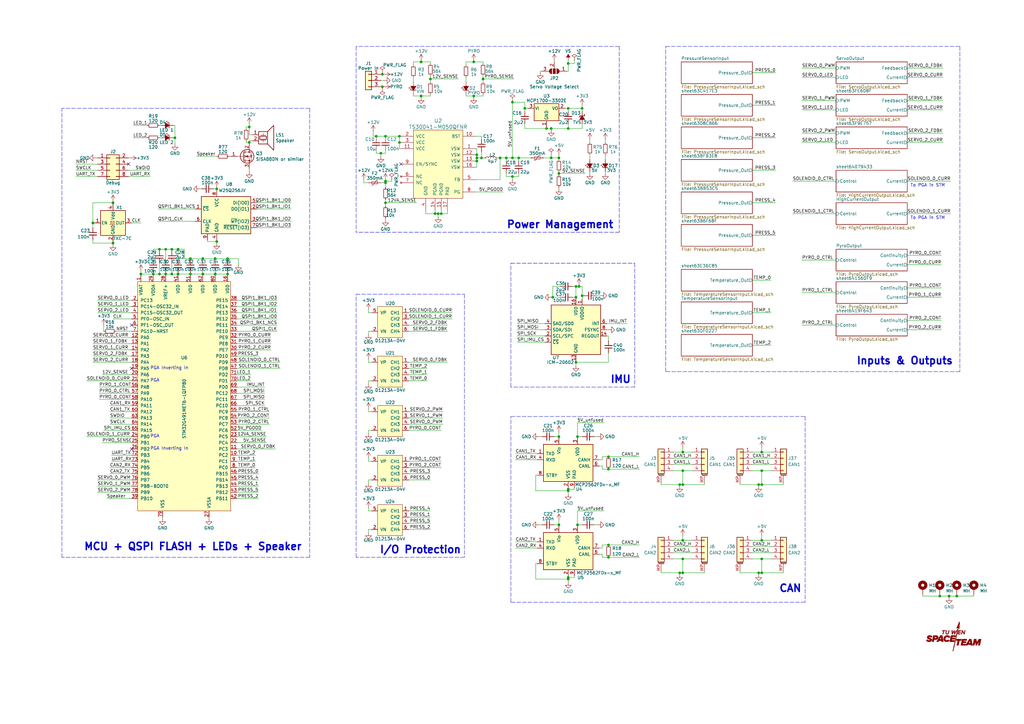
<source format=kicad_sch>
(kicad_sch (version 20211123) (generator eeschema)
  (paper "A3")
  (title_block (title "µHoubolt Engine Control Unit") (rev "v1.0") (company "TU Wien Space Team"))
  (junction (at 179.705 87.63))
  (junction (at 233.045 26.035))
  (junction (at 280.035 221.615))
  (junction (at 197.485 64.77))
  (junction (at 249.555 223.52))
  (junction (at 154.305 55.88))
  (junction (at 46.355 99.695))
  (junction (at 210.185 72.39))
  (junction (at 280.035 229.235))
  (junction (at 280.035 198.755))
  (junction (at 229.235 64.77))
  (junction (at 67.945 112.395))
  (junction (at 70.485 102.235))
  (junction (at 195.58 64.77))
  (junction (at 238.76 121.285))
  (junction (at 102.235 52.07))
  (junction (at 233.045 236.855))
  (junction (at 229.235 71.12))
  (junction (at 65.405 102.235))
  (junction (at 278.765 234.95))
  (junction (at 249.555 192.405))
  (junction (at 65.405 112.395))
  (junction (at 312.42 198.755))
  (junction (at 83.185 112.395))
  (junction (at 172.72 39.37))
  (junction (at 194.31 39.37))
  (junction (at 194.31 25.4))
  (junction (at 67.945 102.235))
  (junction (at 226.06 52.705))
  (junction (at 238.76 44.45))
  (junction (at 93.345 112.395))
  (junction (at 312.42 234.95))
  (junction (at 236.22 121.92))
  (junction (at 172.72 25.4))
  (junction (at 83.185 106.045))
  (junction (at 158.115 74.295))
  (junction (at 70.485 112.395))
  (junction (at 236.855 179.07))
  (junction (at 156.845 30.48))
  (junction (at 210.185 64.77))
  (junction (at 237.49 117.475))
  (junction (at 62.865 112.395))
  (junction (at 88.9 99.06))
  (junction (at 226.695 121.92))
  (junction (at 57.785 112.395))
  (junction (at 311.15 198.755))
  (junction (at 312.42 229.235))
  (junction (at 180.975 87.63))
  (junction (at 163.83 58.42))
  (junction (at 233.045 52.705))
  (junction (at 385.445 244.475))
  (junction (at 178.435 87.63))
  (junction (at 88.265 106.045))
  (junction (at 280.035 185.42))
  (junction (at 71.755 56.515))
  (junction (at 102.235 58.42))
  (junction (at 158.115 55.88))
  (junction (at 195.58 63.5))
  (junction (at 78.105 112.395))
  (junction (at 233.045 200.66))
  (junction (at 236.855 215.265))
  (junction (at 233.045 237.49))
  (junction (at 195.58 66.04))
  (junction (at 46.355 83.185))
  (junction (at 311.15 234.95))
  (junction (at 158.115 83.185))
  (junction (at 210.185 41.91))
  (junction (at 224.155 52.705))
  (junction (at 249.555 187.325))
  (junction (at 312.42 193.04))
  (junction (at 249.555 228.6))
  (junction (at 163.83 55.88))
  (junction (at 73.025 112.395))
  (junction (at 278.765 198.755))
  (junction (at 226.06 64.77))
  (junction (at 312.42 185.42))
  (junction (at 212.725 64.77))
  (junction (at 176.53 32.385))
  (junction (at 215.265 44.45))
  (junction (at 280.035 234.95))
  (junction (at 233.045 201.295))
  (junction (at 392.43 244.475))
  (junction (at 38.1 91.44))
  (junction (at 229.235 215.265))
  (junction (at 207.645 64.77))
  (junction (at 389.255 244.475))
  (junction (at 236.22 117.475))
  (junction (at 198.12 32.385))
  (junction (at 233.045 44.45))
  (junction (at 156.845 35.56))
  (junction (at 158.115 74.93))
  (junction (at 88.9 77.47))
  (junction (at 156.21 62.865))
  (junction (at 312.42 221.615))
  (junction (at 236.22 148.59))
  (junction (at 280.035 193.04))
  (junction (at 229.235 179.07))
  (junction (at 93.345 106.045))
  (junction (at 88.265 112.395))
  (junction (at 78.105 106.045))
  (junction (at 73.025 102.235))
  (junction (at 205.105 64.77))
  (no_connect (at 53.975 133.35))
  (no_connect (at 164.465 67.31))
  (no_connect (at 53.975 151.13))
  (no_connect (at 52.705 67.31))
  (no_connect (at 53.975 184.15))
  (wire (pts (xy 187.96 32.385) (xy 176.53 32.385)))
  (wire (pts (xy 238.76 179.07) (xy 236.855 179.07)))
  (wire (pts (xy 316.23 141.605) (xy 308.61 141.605)))
  (wire (pts (xy 318.135 96.52) (xy 308.61 96.52)))
  (wire (pts (xy 316.23 190.5) (xy 308.61 190.5)))
  (wire (pts (xy 221.615 29.21) (xy 222.25 29.21)))
  (wire (pts (xy 316.23 229.235) (xy 312.42 229.235)))
  (wire (pts (xy 88.9 76.835) (xy 88.9 77.47)))
  (wire (pts (xy 372.11 27.94) (xy 386.715 27.94)))
  (wire (pts (xy 237.49 117.475) (xy 238.76 117.475)))
  (wire (pts (xy 210.185 41.91) (xy 210.185 64.77)))
  (wire (pts (xy 151.13 147.32) (xy 151.13 148.59)))
  (wire (pts (xy 163.83 60.96) (xy 164.465 60.96)))
  (wire (pts (xy 212.09 137.795) (xy 223.52 137.795)))
  (wire (pts (xy 321.31 198.12) (xy 321.31 198.755)))
  (wire (pts (xy 389.255 245.11) (xy 389.255 244.475)))
  (wire (pts (xy 215.265 44.45) (xy 215.265 45.72)))
  (wire (pts (xy 278.765 199.39) (xy 278.765 198.755)))
  (wire (pts (xy 233.045 29.21) (xy 232.41 29.21)))
  (wire (pts (xy 158.115 81.915) (xy 158.115 83.185)))
  (polyline (pts (xy 260.35 107.95) (xy 260.35 158.75)))
  (wire (pts (xy 311.15 198.755) (xy 303.53 198.755)))
  (wire (pts (xy 386.715 31.75) (xy 372.11 31.75)))
  (wire (pts (xy 97.155 123.19) (xy 113.665 123.19)))
  (wire (pts (xy 83.185 111.76) (xy 83.185 112.395)))
  (polyline (pts (xy 393.7 19.05) (xy 393.7 152.4)))
  (wire (pts (xy 97.155 199.39) (xy 106.045 199.39)))
  (wire (pts (xy 385.445 243.84) (xy 385.445 244.475)))
  (wire (pts (xy 87.63 77.47) (xy 88.9 77.47)))
  (wire (pts (xy 195.58 64.77) (xy 195.58 66.04)))
  (wire (pts (xy 235.585 24.765) (xy 235.585 26.035)))
  (wire (pts (xy 97.155 201.93) (xy 106.045 201.93)))
  (wire (pts (xy 212.725 64.77) (xy 210.185 64.77)))
  (wire (pts (xy 191.135 31.75) (xy 191.135 33.655)))
  (wire (pts (xy 97.155 156.21) (xy 102.87 156.21)))
  (wire (pts (xy 167.64 168.91) (xy 181.61 168.91)))
  (wire (pts (xy 46.355 99.695) (xy 46.355 100.33)))
  (wire (pts (xy 53.975 148.59) (xy 38.1 148.59)))
  (wire (pts (xy 83.185 106.68) (xy 83.185 106.045)))
  (wire (pts (xy 88.265 106.68) (xy 88.265 106.045)))
  (wire (pts (xy 97.155 194.31) (xy 106.045 194.31)))
  (wire (pts (xy 197.485 64.77) (xy 198.755 64.77)))
  (wire (pts (xy 212.09 132.715) (xy 223.52 132.715)))
  (wire (pts (xy 238.76 44.45) (xy 238.76 45.72)))
  (wire (pts (xy 386.08 121.92) (xy 372.11 121.92)))
  (wire (pts (xy 158.115 56.515) (xy 158.115 55.88)))
  (wire (pts (xy 88.9 77.47) (xy 88.9 78.105)))
  (wire (pts (xy 372.11 41.275) (xy 386.715 41.275)))
  (wire (pts (xy 236.855 209.55) (xy 247.65 209.55)))
  (wire (pts (xy 183.515 135.89) (xy 167.64 135.89)))
  (wire (pts (xy 212.725 66.04) (xy 212.725 64.77)))
  (wire (pts (xy 399.415 244.475) (xy 399.415 243.84)))
  (polyline (pts (xy 146.05 228.6) (xy 146.05 120.65)))
  (wire (pts (xy 372.11 131.445) (xy 386.08 131.445)))
  (wire (pts (xy 311.15 234.95) (xy 303.53 234.95)))
  (wire (pts (xy 38.1 146.05) (xy 53.975 146.05)))
  (wire (pts (xy 280.035 193.04) (xy 276.225 193.04)))
  (wire (pts (xy 97.155 168.91) (xy 110.49 168.91)))
  (polyline (pts (xy 25.4 228.6) (xy 25.4 44.45)))
  (wire (pts (xy 73.025 102.235) (xy 70.485 102.235)))
  (wire (pts (xy 170.815 83.185) (xy 158.115 83.185)))
  (wire (pts (xy 238.76 117.475) (xy 238.76 121.285)))
  (wire (pts (xy 328.93 45.085) (xy 342.9 45.085)))
  (wire (pts (xy 45.085 194.31) (xy 53.975 194.31)))
  (wire (pts (xy 278.765 198.755) (xy 271.145 198.755)))
  (wire (pts (xy 158.115 74.93) (xy 158.115 76.835)))
  (polyline (pts (xy 273.05 19.05) (xy 393.7 19.05)))
  (wire (pts (xy 158.115 90.17) (xy 158.115 89.535)))
  (wire (pts (xy 65.405 112.395) (xy 62.865 112.395)))
  (wire (pts (xy 78.105 111.76) (xy 78.105 112.395)))
  (wire (pts (xy 71.755 56.515) (xy 71.755 51.435)))
  (wire (pts (xy 191.135 25.4) (xy 191.135 26.67)))
  (wire (pts (xy 40.005 123.19) (xy 53.975 123.19)))
  (wire (pts (xy 97.155 128.27) (xy 113.665 128.27)))
  (wire (pts (xy 156.845 30.48) (xy 157.48 30.48)))
  (wire (pts (xy 103.505 57.785) (xy 102.235 57.785)))
  (wire (pts (xy 105.41 83.185) (xy 119.38 83.185)))
  (wire (pts (xy 71.755 56.515) (xy 71.755 59.055)))
  (wire (pts (xy 211.455 224.79) (xy 220.345 224.79)))
  (wire (pts (xy 39.37 64.77) (xy 40.005 64.77)))
  (wire (pts (xy 152.4 156.21) (xy 151.13 156.21)))
  (wire (pts (xy 328.93 41.275) (xy 342.9 41.275)))
  (wire (pts (xy 194.945 66.04) (xy 195.58 66.04)))
  (wire (pts (xy 278.765 234.95) (xy 271.145 234.95)))
  (wire (pts (xy 308.61 187.96) (xy 316.23 187.96)))
  (wire (pts (xy 85.09 98.425) (xy 85.09 99.06)))
  (wire (pts (xy 38.1 83.185) (xy 46.355 83.185)))
  (wire (pts (xy 164.465 55.88) (xy 163.83 55.88)))
  (wire (pts (xy 229.235 215.265) (xy 229.235 215.9)))
  (wire (pts (xy 180.975 189.23) (xy 167.64 189.23)))
  (wire (pts (xy 80.645 64.135) (xy 88.9 64.135)))
  (wire (pts (xy 222.885 64.77) (xy 226.06 64.77)))
  (wire (pts (xy 104.775 186.69) (xy 97.155 186.69)))
  (wire (pts (xy 109.22 181.61) (xy 97.155 181.61)))
  (wire (pts (xy 321.31 234.315) (xy 321.31 234.95)))
  (wire (pts (xy 151.13 189.23) (xy 152.4 189.23)))
  (wire (pts (xy 197.485 55.88) (xy 194.945 55.88)))
  (wire (pts (xy 151.13 168.91) (xy 152.4 168.91)))
  (wire (pts (xy 174.625 86.36) (xy 174.625 87.63)))
  (wire (pts (xy 233.045 24.765) (xy 233.045 26.035)))
  (wire (pts (xy 185.42 130.81) (xy 167.64 130.81)))
  (wire (pts (xy 194.31 39.37) (xy 198.12 39.37)))
  (wire (pts (xy 280.035 221.615) (xy 276.225 221.615)))
  (wire (pts (xy 198.12 25.4) (xy 194.31 25.4)))
  (wire (pts (xy 245.11 179.07) (xy 243.84 179.07)))
  (wire (pts (xy 312.42 234.95) (xy 311.15 234.95)))
  (wire (pts (xy 154.305 62.865) (xy 154.305 61.595)))
  (wire (pts (xy 233.045 45.72) (xy 233.045 44.45)))
  (wire (pts (xy 207.645 64.77) (xy 205.105 64.77)))
  (wire (pts (xy 88.265 113.03) (xy 88.265 112.395)))
  (wire (pts (xy 156.845 36.195) (xy 156.845 35.56)))
  (wire (pts (xy 174.625 87.63) (xy 178.435 87.63)))
  (wire (pts (xy 45.085 171.45) (xy 53.975 171.45)))
  (wire (pts (xy 157.48 33.02) (xy 156.21 33.02)))
  (wire (pts (xy 42.545 176.53) (xy 53.975 176.53)))
  (wire (pts (xy 248.285 71.12) (xy 248.285 70.485)))
  (wire (pts (xy 236.855 209.55) (xy 236.855 215.265)))
  (wire (pts (xy 198.12 32.385) (xy 198.12 33.655)))
  (wire (pts (xy 78.105 112.395) (xy 73.025 112.395)))
  (wire (pts (xy 102.235 57.785) (xy 102.235 58.42)))
  (wire (pts (xy 215.265 50.8) (xy 215.265 52.705)))
  (wire (pts (xy 111.125 138.43) (xy 97.155 138.43)))
  (wire (pts (xy 276.225 224.155) (xy 283.845 224.155)))
  (wire (pts (xy 67.945 102.235) (xy 65.405 102.235)))
  (wire (pts (xy 392.43 244.475) (xy 399.415 244.475)))
  (wire (pts (xy 169.545 25.4) (xy 169.545 26.67)))
  (wire (pts (xy 280.035 183.515) (xy 280.035 185.42)))
  (wire (pts (xy 385.445 244.475) (xy 389.255 244.475)))
  (wire (pts (xy 57.785 112.395) (xy 57.785 113.03)))
  (wire (pts (xy 151.13 196.85) (xy 151.13 198.12)))
  (wire (pts (xy 105.41 93.345) (xy 119.38 93.345)))
  (wire (pts (xy 53.975 91.44) (xy 57.785 91.44)))
  (wire (pts (xy 280.035 234.95) (xy 288.925 234.95)))
  (wire (pts (xy 215.265 41.91) (xy 210.185 41.91)))
  (wire (pts (xy 233.045 236.22) (xy 233.045 236.855)))
  (polyline (pts (xy 146.05 19.05) (xy 146.05 95.25)))
  (wire (pts (xy 235.585 26.035) (xy 233.045 26.035)))
  (wire (pts (xy 45.085 191.77) (xy 53.975 191.77)))
  (wire (pts (xy 38.1 93.345) (xy 38.1 91.44)))
  (polyline (pts (xy 254 19.05) (xy 254 95.25)))
  (wire (pts (xy 67.945 111.76) (xy 67.945 112.395)))
  (wire (pts (xy 53.975 201.93) (xy 40.005 201.93)))
  (wire (pts (xy 151.13 156.21) (xy 151.13 157.48)))
  (wire (pts (xy 312.42 219.71) (xy 312.42 221.615)))
  (wire (pts (xy 283.845 226.695) (xy 276.225 226.695)))
  (wire (pts (xy 229.235 179.07) (xy 229.235 179.705)))
  (wire (pts (xy 245.11 215.265) (xy 243.84 215.265)))
  (wire (pts (xy 312.42 183.515) (xy 312.42 185.42)))
  (wire (pts (xy 52.705 69.85) (xy 61.595 69.85)))
  (wire (pts (xy 312.42 193.04) (xy 308.61 193.04)))
  (wire (pts (xy 41.91 153.67) (xy 53.975 153.67)))
  (wire (pts (xy 205.105 64.77) (xy 203.835 64.77)))
  (wire (pts (xy 219.71 237.49) (xy 233.045 237.49)))
  (wire (pts (xy 241.935 63.5) (xy 241.935 65.405)))
  (wire (pts (xy 54.61 51.435) (xy 60.325 51.435)))
  (wire (pts (xy 227.33 24.765) (xy 227.33 25.4)))
  (wire (pts (xy 100.965 57.785) (xy 100.965 58.42)))
  (wire (pts (xy 108.585 163.83) (xy 97.155 163.83)))
  (wire (pts (xy 102.235 52.07) (xy 102.235 55.245)))
  (wire (pts (xy 229.235 177.165) (xy 229.235 179.07)))
  (wire (pts (xy 102.235 58.42) (xy 102.235 59.055)))
  (wire (pts (xy 183.515 87.63) (xy 183.515 86.36)))
  (wire (pts (xy 88.9 98.425) (xy 88.9 99.06)))
  (wire (pts (xy 235.585 200.025) (xy 235.585 200.66)))
  (wire (pts (xy 280.035 185.42) (xy 276.225 185.42)))
  (wire (pts (xy 316.23 193.04) (xy 312.42 193.04)))
  (wire (pts (xy 247.015 192.405) (xy 249.555 192.405)))
  (wire (pts (xy 31.115 69.85) (xy 40.005 69.85)))
  (wire (pts (xy 66.04 56.515) (xy 65.405 56.515)))
  (wire (pts (xy 151.13 74.93) (xy 149.225 74.93)))
  (wire (pts (xy 169.545 39.37) (xy 169.545 38.735)))
  (wire (pts (xy 372.11 54.61) (xy 386.715 54.61)))
  (polyline (pts (xy 254 95.25) (xy 146.05 95.25)))
  (wire (pts (xy 249.555 135.255) (xy 248.92 135.255)))
  (wire (pts (xy 378.46 243.84) (xy 378.46 244.475)))
  (wire (pts (xy 328.93 120.015) (xy 342.9 120.015)))
  (wire (pts (xy 224.155 52.07) (xy 224.155 52.705)))
  (wire (pts (xy 220.345 194.945) (xy 219.71 194.945)))
  (wire (pts (xy 183.515 148.59) (xy 167.64 148.59)))
  (polyline (pts (xy 146.05 120.65) (xy 190.5 120.65)))
  (wire (pts (xy 151.13 128.27) (xy 152.4 128.27)))
  (wire (pts (xy 233.045 201.295) (xy 233.045 202.565)))
  (wire (pts (xy 195.58 66.04) (xy 195.58 68.58)))
  (wire (pts (xy 205.105 73.66) (xy 205.105 64.77)))
  (wire (pts (xy 212.09 140.335) (xy 223.52 140.335)))
  (wire (pts (xy 154.305 56.515) (xy 154.305 55.88)))
  (wire (pts (xy 312.42 185.42) (xy 316.23 185.42)))
  (wire (pts (xy 236.855 215.265) (xy 236.855 215.9)))
  (wire (pts (xy 233.045 26.035) (xy 233.045 29.21)))
  (wire (pts (xy 236.22 148.59) (xy 236.22 147.955)))
  (wire (pts (xy 248.285 63.5) (xy 248.285 65.405)))
  (wire (pts (xy 93.98 64.135) (xy 94.615 64.135)))
  (wire (pts (xy 197.485 62.23) (xy 197.485 64.77)))
  (wire (pts (xy 238.76 121.285) (xy 238.76 122.555)))
  (wire (pts (xy 83.185 106.045) (xy 88.265 106.045)))
  (wire (pts (xy 102.235 50.8) (xy 102.235 52.07)))
  (wire (pts (xy 167.64 209.55) (xy 176.53 209.55)))
  (wire (pts (xy 226.695 121.92) (xy 226.695 117.475)))
  (wire (pts (xy 64.77 90.805) (xy 80.01 90.805)))
  (wire (pts (xy 73.025 113.03) (xy 73.025 112.395)))
  (wire (pts (xy 178.435 87.63) (xy 179.705 87.63)))
  (wire (pts (xy 194.31 39.37) (xy 194.31 40.005)))
  (wire (pts (xy 247.015 228.6) (xy 249.555 228.6)))
  (wire (pts (xy 70.485 107.95) (xy 70.485 112.395)))
  (wire (pts (xy 38.1 98.425) (xy 38.1 99.695)))
  (wire (pts (xy 97.155 130.81) (xy 113.665 130.81)))
  (wire (pts (xy 46.355 83.185) (xy 46.355 83.82)))
  (wire (pts (xy 311.15 235.585) (xy 311.15 234.95)))
  (wire (pts (xy 236.22 121.92) (xy 236.22 117.475)))
  (wire (pts (xy 97.79 106.045) (xy 97.79 108.585)))
  (wire (pts (xy 206.375 78.74) (xy 194.945 78.74)))
  (wire (pts (xy 75.565 106.045) (xy 78.105 106.045)))
  (wire (pts (xy 236.22 117.475) (xy 234.95 117.475)))
  (wire (pts (xy 262.255 187.325) (xy 249.555 187.325)))
  (wire (pts (xy 167.64 173.99) (xy 181.61 173.99)))
  (wire (pts (xy 167.64 212.09) (xy 176.53 212.09)))
  (wire (pts (xy 237.49 116.84) (xy 237.49 117.475)))
  (wire (pts (xy 169.545 31.75) (xy 169.545 33.655)))
  (wire (pts (xy 31.115 72.39) (xy 40.005 72.39)))
  (wire (pts (xy 215.265 44.45) (xy 216.535 44.45)))
  (polyline (pts (xy 209.55 158.75) (xy 209.55 107.95)))
  (wire (pts (xy 78.105 106.68) (xy 78.105 106.045)))
  (wire (pts (xy 226.06 64.77) (xy 229.235 64.77)))
  (polyline (pts (xy 190.5 120.65) (xy 190.5 228.6)))
  (wire (pts (xy 312.42 198.755) (xy 321.31 198.755)))
  (wire (pts (xy 224.155 52.705) (xy 226.06 52.705)))
  (wire (pts (xy 245.745 224.79) (xy 247.015 224.79)))
  (wire (pts (xy 247.015 227.33) (xy 247.015 228.6)))
  (wire (pts (xy 163.83 55.88) (xy 163.83 58.42)))
  (wire (pts (xy 176.53 25.4) (xy 172.72 25.4)))
  (wire (pts (xy 88.265 112.395) (xy 83.185 112.395)))
  (wire (pts (xy 53.975 196.85) (xy 40.005 196.85)))
  (wire (pts (xy 61.595 72.39) (xy 52.705 72.39)))
  (wire (pts (xy 176.53 31.115) (xy 176.53 32.385)))
  (wire (pts (xy 248.285 57.15) (xy 248.285 58.42)))
  (wire (pts (xy 236.22 149.86) (xy 236.22 148.59)))
  (wire (pts (xy 342.9 87.63) (xy 325.12 87.63)))
  (wire (pts (xy 195.58 63.5) (xy 195.58 64.77)))
  (wire (pts (xy 235.585 236.22) (xy 235.585 236.855)))
  (wire (pts (xy 73.025 106.68) (xy 73.025 102.235)))
  (wire (pts (xy 93.345 112.395) (xy 88.265 112.395)))
  (polyline (pts (xy 330.2 170.815) (xy 330.2 247.015)))
  (wire (pts (xy 53.975 156.21) (xy 35.56 156.21)))
  (wire (pts (xy 262.255 223.52) (xy 249.555 223.52)))
  (wire (pts (xy 238.76 50.8) (xy 238.76 52.705)))
  (wire (pts (xy 45.72 186.69) (xy 53.975 186.69)))
  (wire (pts (xy 241.935 71.12) (xy 241.935 70.485)))
  (wire (pts (xy 303.53 234.95) (xy 303.53 234.315)))
  (wire (pts (xy 156.21 30.48) (xy 156.845 30.48)))
  (polyline (pts (xy 127 44.45) (xy 127 228.6)))
  (wire (pts (xy 40.005 125.73) (xy 53.975 125.73)))
  (polyline (pts (xy 209.55 247.015) (xy 209.55 170.815)))
  (wire (pts (xy 318.135 29.845) (xy 308.61 29.845)))
  (wire (pts (xy 113.03 184.15) (xy 97.155 184.15)))
  (wire (pts (xy 70.485 102.235) (xy 67.945 102.235)))
  (wire (pts (xy 249.555 139.7) (xy 249.555 137.795)))
  (wire (pts (xy 114.935 151.13) (xy 97.155 151.13)))
  (wire (pts (xy 276.225 187.96) (xy 283.845 187.96)))
  (wire (pts (xy 62.865 113.03) (xy 62.865 112.395)))
  (wire (pts (xy 100.965 52.07) (xy 102.235 52.07)))
  (wire (pts (xy 283.845 193.04) (xy 280.035 193.04)))
  (wire (pts (xy 158.115 55.88) (xy 163.83 55.88)))
  (wire (pts (xy 210.185 73.66) (xy 210.185 72.39)))
  (wire (pts (xy 152.4 135.89) (xy 151.13 135.89)))
  (wire (pts (xy 45.72 189.23) (xy 53.975 189.23)))
  (wire (pts (xy 156.21 62.865) (xy 154.305 62.865)))
  (wire (pts (xy 41.91 181.61) (xy 53.975 181.61)))
  (wire (pts (xy 111.125 143.51) (xy 97.155 143.51)))
  (wire (pts (xy 88.265 111.76) (xy 88.265 112.395)))
  (wire (pts (xy 229.235 71.12) (xy 229.235 71.755)))
  (wire (pts (xy 167.64 194.31) (xy 176.53 194.31)))
  (wire (pts (xy 231.775 44.45) (xy 233.045 44.45)))
  (wire (pts (xy 280.035 229.235) (xy 280.035 234.95)))
  (wire (pts (xy 152.4 176.53) (xy 151.13 176.53)))
  (wire (pts (xy 378.46 244.475) (xy 385.445 244.475)))
  (wire (pts (xy 172.72 24.765) (xy 172.72 25.4)))
  (wire (pts (xy 62.865 102.235) (xy 62.865 106.68)))
  (wire (pts (xy 73.025 111.76) (xy 73.025 112.395)))
  (wire (pts (xy 81.915 77.47) (xy 82.55 77.47)))
  (wire (pts (xy 280.035 198.755) (xy 278.765 198.755)))
  (wire (pts (xy 236.22 121.92) (xy 234.95 121.92)))
  (wire (pts (xy 312.42 229.235) (xy 312.42 234.95)))
  (wire (pts (xy 198.12 25.4) (xy 198.12 26.035)))
  (wire (pts (xy 107.315 176.53) (xy 97.155 176.53)))
  (wire (pts (xy 280.035 185.42) (xy 283.845 185.42)))
  (wire (pts (xy 176.53 32.385) (xy 176.53 33.655)))
  (wire (pts (xy 312.42 193.04) (xy 312.42 198.755)))
  (wire (pts (xy 386.715 58.42) (xy 372.11 58.42)))
  (wire (pts (xy 312.42 229.235) (xy 308.61 229.235)))
  (wire (pts (xy 210.82 32.385) (xy 198.12 32.385)))
  (wire (pts (xy 70.485 102.87) (xy 70.485 102.235)))
  (wire (pts (xy 238.76 215.265) (xy 236.855 215.265)))
  (polyline (pts (xy 127 228.6) (xy 25.4 228.6)))
  (wire (pts (xy 194.945 60.96) (xy 195.58 60.96)))
  (wire (pts (xy 78.105 113.03) (xy 78.105 112.395)))
  (wire (pts (xy 108.585 161.29) (xy 97.155 161.29)))
  (wire (pts (xy 151.13 208.28) (xy 151.13 209.55)))
  (wire (pts (xy 271.145 198.755) (xy 271.145 198.12)))
  (wire (pts (xy 102.235 69.215) (xy 102.235 70.485)))
  (wire (pts (xy 195.58 68.58) (xy 194.945 68.58)))
  (wire (pts (xy 93.345 106.68) (xy 93.345 106.045)))
  (wire (pts (xy 312.42 234.95) (xy 321.31 234.95)))
  (wire (pts (xy 83.185 113.03) (xy 83.185 112.395)))
  (wire (pts (xy 158.115 61.595) (xy 158.115 62.865)))
  (wire (pts (xy 215.265 41.91) (xy 215.265 44.45)))
  (wire (pts (xy 194.31 24.765) (xy 194.31 25.4)))
  (wire (pts (xy 280.035 219.71) (xy 280.035 221.615)))
  (wire (pts (xy 88.265 106.045) (xy 93.345 106.045)))
  (wire (pts (xy 73.025 102.235) (xy 75.565 102.235)))
  (wire (pts (xy 167.64 214.63) (xy 176.53 214.63)))
  (wire (pts (xy 328.93 54.61) (xy 342.9 54.61)))
  (wire (pts (xy 108.585 158.75) (xy 97.155 158.75)))
  (wire (pts (xy 229.87 121.92) (xy 226.695 121.92)))
  (wire (pts (xy 38.1 91.44) (xy 38.1 83.185)))
  (wire (pts (xy 386.08 108.585) (xy 372.11 108.585)))
  (wire (pts (xy 318.135 43.18) (xy 308.61 43.18)))
  (wire (pts (xy 280.035 193.04) (xy 280.035 198.755)))
  (wire (pts (xy 247.015 191.135) (xy 247.015 192.405)))
  (wire (pts (xy 233.045 200.025) (xy 233.045 200.66)))
  (wire (pts (xy 153.035 55.88) (xy 153.035 53.975)))
  (wire (pts (xy 172.72 25.4) (xy 169.545 25.4)))
  (wire (pts (xy 372.11 104.775) (xy 386.08 104.775)))
  (wire (pts (xy 227.33 179.07) (xy 229.235 179.07)))
  (wire (pts (xy 64.77 85.725) (xy 80.01 85.725)))
  (wire (pts (xy 167.64 196.85) (xy 176.53 196.85)))
  (wire (pts (xy 288.925 234.315) (xy 288.925 234.95)))
  (wire (pts (xy 71.755 56.515) (xy 71.12 56.515)))
  (wire (pts (xy 151.13 148.59) (xy 152.4 148.59)))
  (wire (pts (xy 249.555 228.6) (xy 262.255 228.6)))
  (wire (pts (xy 180.975 87.63) (xy 183.515 87.63)))
  (wire (pts (xy 71.755 51.435) (xy 71.12 51.435)))
  (wire (pts (xy 210.185 64.77) (xy 207.645 64.77)))
  (wire (pts (xy 105.41 85.725) (xy 119.38 85.725)))
  (wire (pts (xy 102.235 55.245) (xy 103.505 55.245)))
  (wire (pts (xy 152.4 196.85) (xy 151.13 196.85)))
  (wire (pts (xy 249.555 192.405) (xy 262.255 192.405)))
  (wire (pts (xy 280.035 221.615) (xy 283.845 221.615)))
  (wire (pts (xy 83.185 112.395) (xy 78.105 112.395)))
  (wire (pts (xy 70.485 112.395) (xy 67.945 112.395)))
  (wire (pts (xy 31.115 67.31) (xy 40.005 67.31)))
  (wire (pts (xy 328.93 31.75) (xy 342.9 31.75)))
  (wire (pts (xy 328.93 58.42) (xy 342.9 58.42)))
  (wire (pts (xy 172.72 40.005) (xy 172.72 39.37)))
  (wire (pts (xy 318.135 69.85) (xy 308.61 69.85)))
  (wire (pts (xy 40.64 158.75) (xy 53.975 158.75)))
  (wire (pts (xy 207.645 72.39) (xy 210.185 72.39)))
  (wire (pts (xy 247.015 224.79) (xy 247.015 223.52)))
  (wire (pts (xy 210.185 41.275) (xy 210.185 41.91)))
  (wire (pts (xy 93.345 112.395) (xy 93.345 111.76)))
  (wire (pts (xy 157.48 35.56) (xy 156.845 35.56)))
  (polyline (pts (xy 273.05 152.4) (xy 273.05 19.05)))
  (wire (pts (xy 247.65 173.355) (xy 236.855 173.355)))
  (wire (pts (xy 233.045 200.66) (xy 233.045 201.295)))
  (wire (pts (xy 169.545 39.37) (xy 172.72 39.37)))
  (wire (pts (xy 271.145 234.95) (xy 271.145 234.315)))
  (wire (pts (xy 392.43 243.84) (xy 392.43 244.475)))
  (wire (pts (xy 245.745 191.135) (xy 247.015 191.135)))
  (wire (pts (xy 75.565 102.235) (xy 75.565 106.045)))
  (wire (pts (xy 151.13 176.53) (xy 151.13 177.8)))
  (wire (pts (xy 53.975 199.39) (xy 40.005 199.39)))
  (wire (pts (xy 167.64 171.45) (xy 181.61 171.45)))
  (wire (pts (xy 65.405 102.87) (xy 65.405 102.235)))
  (wire (pts (xy 47.625 135.89) (xy 53.975 135.89)))
  (wire (pts (xy 85.09 99.06) (xy 88.9 99.06)))
  (wire (pts (xy 175.26 153.67) (xy 167.64 153.67)))
  (wire (pts (xy 108.585 166.37) (xy 97.155 166.37)))
  (wire (pts (xy 158.115 73.66) (xy 158.115 74.295)))
  (wire (pts (xy 226.06 53.34) (xy 226.06 52.705)))
  (wire (pts (xy 316.23 114.935) (xy 308.61 114.935)))
  (wire (pts (xy 65.405 51.435) (xy 66.04 51.435)))
  (wire (pts (xy 194.945 73.66) (xy 205.105 73.66)))
  (wire (pts (xy 66.675 212.09) (xy 66.675 212.725)))
  (wire (pts (xy 246.38 121.285) (xy 244.475 121.285)))
  (wire (pts (xy 249.555 137.795) (xy 248.92 137.795)))
  (wire (pts (xy 236.22 122.555) (xy 236.22 121.92)))
  (wire (pts (xy 389.89 74.295) (xy 372.11 74.295)))
  (wire (pts (xy 386.08 135.255) (xy 372.11 135.255)))
  (wire (pts (xy 212.725 72.39) (xy 212.725 71.12)))
  (wire (pts (xy 245.745 188.595) (xy 247.015 188.595)))
  (wire (pts (xy 45.085 166.37) (xy 53.975 166.37)))
  (wire (pts (xy 163.83 58.42) (xy 163.83 60.96)))
  (wire (pts (xy 156.845 29.845) (xy 156.845 30.48)))
  (wire (pts (xy 229.235 77.47) (xy 229.235 76.835)))
  (wire (pts (xy 167.64 217.17) (xy 176.53 217.17)))
  (wire (pts (xy 247.015 188.595) (xy 247.015 187.325)))
  (wire (pts (xy 195.58 64.77) (xy 197.485 64.77)))
  (wire (pts (xy 156.21 64.135) (xy 156.21 62.865)))
  (wire (pts (xy 176.53 25.4) (xy 176.53 26.035)))
  (wire (pts (xy 229.235 213.36) (xy 229.235 215.265)))
  (wire (pts (xy 238.76 121.285) (xy 239.395 121.285)))
  (wire (pts (xy 85.725 212.09) (xy 85.725 212.725)))
  (wire (pts (xy 226.06 121.92) (xy 226.695 121.92)))
  (wire (pts (xy 312.42 185.42) (xy 308.61 185.42)))
  (wire (pts (xy 211.455 222.25) (xy 220.345 222.25)))
  (wire (pts (xy 178.435 86.36) (xy 178.435 87.63)))
  (wire (pts (xy 93.345 106.045) (xy 97.79 106.045)))
  (wire (pts (xy 179.705 88.9) (xy 179.705 87.63)))
  (wire (pts (xy 151.13 167.64) (xy 151.13 168.91)))
  (wire (pts (xy 226.695 117.475) (xy 229.87 117.475)))
  (wire (pts (xy 67.945 106.68) (xy 67.945 102.235)))
  (wire (pts (xy 97.155 196.85) (xy 106.045 196.85)))
  (wire (pts (xy 236.22 117.475) (xy 237.49 117.475)))
  (wire (pts (xy 220.98 215.265) (xy 222.25 215.265)))
  (wire (pts (xy 40.005 128.27) (xy 53.975 128.27)))
  (wire (pts (xy 233.045 50.8) (xy 233.045 52.705)))
  (wire (pts (xy 219.71 231.14) (xy 219.71 237.49)))
  (wire (pts (xy 67.945 112.395) (xy 65.405 112.395)))
  (wire (pts (xy 65.405 107.95) (xy 65.405 112.395)))
  (wire (pts (xy 45.085 168.91) (xy 53.975 168.91)))
  (wire (pts (xy 226.06 63.5) (xy 226.06 64.77)))
  (wire (pts (xy 217.805 64.77) (xy 212.725 64.77)))
  (wire (pts (xy 179.705 87.63) (xy 180.975 87.63)))
  (wire (pts (xy 119.38 90.805) (xy 105.41 90.805)))
  (wire (pts (xy 100.965 52.705) (xy 100.965 52.07)))
  (wire (pts (xy 210.185 72.39) (xy 212.725 72.39)))
  (wire (pts (xy 236.855 179.07) (xy 236.855 179.705)))
  (wire (pts (xy 53.975 173.99) (xy 45.085 173.99)))
  (wire (pts (xy 280.035 234.95) (xy 278.765 234.95)))
  (wire (pts (xy 241.935 57.15) (xy 241.935 58.42)))
  (wire (pts (xy 151.13 135.89) (xy 151.13 137.16)))
  (wire (pts (xy 328.93 133.35) (xy 342.9 133.35)))
  (wire (pts (xy 176.53 39.37) (xy 176.53 38.735)))
  (wire (pts (xy 195.58 60.96) (xy 195.58 63.5)))
  (wire (pts (xy 238.76 43.18) (xy 238.76 44.45)))
  (wire (pts (xy 104.775 191.77) (xy 97.155 191.77)))
  (wire (pts (xy 172.72 39.37) (xy 176.53 39.37)))
  (wire (pts (xy 303.53 198.755) (xy 303.53 198.12)))
  (wire (pts (xy 62.865 112.395) (xy 57.785 112.395)))
  (wire (pts (xy 73.025 112.395) (xy 70.485 112.395)))
  (wire (pts (xy 342.9 74.295) (xy 325.12 74.295)))
  (wire (pts (xy 113.665 125.73) (xy 97.155 125.73)))
  (wire (pts (xy 93.345 113.03) (xy 93.345 112.395)))
  (wire (pts (xy 151.13 217.17) (xy 151.13 218.44)))
  (wire (pts (xy 78.105 106.045) (xy 83.185 106.045)))
  (wire (pts (xy 180.975 176.53) (xy 167.64 176.53)))
  (wire (pts (xy 38.1 140.97) (xy 53.975 140.97)))
  (wire (pts (xy 235.585 200.66) (xy 233.045 200.66)))
  (wire (pts (xy 62.865 111.76) (xy 62.865 112.395)))
  (wire (pts (xy 158.115 74.93) (xy 156.21 74.93)))
  (wire (pts (xy 175.26 156.21) (xy 167.64 156.21)))
  (wire (pts (xy 40.64 163.83) (xy 53.975 163.83)))
  (wire (pts (xy 88.9 99.06) (xy 88.9 99.695)))
  (wire (pts (xy 42.545 135.89) (xy 42.545 133.35)))
  (wire (pts (xy 46.355 130.81) (xy 53.975 130.81)))
  (wire (pts (xy 226.06 52.705) (xy 233.045 52.705)))
  (wire (pts (xy 227.33 215.265) (xy 229.235 215.265)))
  (wire (pts (xy 158.115 62.865) (xy 156.21 62.865)))
  (wire (pts (xy 152.4 217.17) (xy 151.13 217.17)))
  (wire (pts (xy 229.235 70.485) (xy 229.235 71.12)))
  (wire (pts (xy 197.485 57.15) (xy 197.485 55.88)))
  (wire (pts (xy 311.15 199.39) (xy 311.15 198.755)))
  (wire (pts (xy 280.035 229.235) (xy 276.225 229.235)))
  (wire (pts (xy 158.115 83.185) (xy 158.115 84.455)))
  (wire (pts (xy 221.615 29.845) (xy 221.615 29.21)))
  (wire (pts (xy 158.115 74.295) (xy 158.115 74.93)))
  (wire (pts (xy 328.93 106.68) (xy 342.9 106.68)))
  (wire (pts (xy 194.31 25.4) (xy 191.135 25.4)))
  (wire (pts (xy 46.355 99.06) (xy 46.355 99.695)))
  (wire (pts (xy 245.745 227.33) (xy 247.015 227.33)))
  (wire (pts (xy 52.705 64.77) (xy 53.34 64.77)))
  (wire (pts (xy 180.975 191.77) (xy 167.64 191.77)))
  (wire (pts (xy 46.355 82.55) (xy 46.355 83.185)))
  (wire (pts (xy 207.645 71.12) (xy 207.645 72.39)))
  (wire (pts (xy 38.1 91.44) (xy 38.735 91.44)))
  (wire (pts (xy 67.945 113.03) (xy 67.945 112.395)))
  (wire (pts (xy 283.845 229.235) (xy 280.035 229.235)))
  (wire (pts (xy 278.765 235.585) (xy 278.765 234.95)))
  (wire (pts (xy 215.265 52.705) (xy 224.155 52.705)))
  (wire (pts (xy 60.325 56.515) (xy 54.61 56.515)))
  (wire (pts (xy 235.585 236.855) (xy 233.045 236.855)))
  (wire (pts (xy 233.045 44.45) (xy 238.76 44.45)))
  (wire (pts (xy 240.03 71.12) (xy 229.235 71.12)))
  (wire (pts (xy 219.71 201.295) (xy 233.045 201.295)))
  (wire (pts (xy 233.045 52.705) (xy 238.76 52.705)))
  (polyline (pts (xy 260.35 158.75) (xy 209.55 158.75)))
  (wire (pts (xy 57.785 111.125) (xy 57.785 112.395)))
  (wire (pts (xy 154.305 55.88) (xy 153.035 55.88)))
  (wire (pts (xy 100.965 58.42) (xy 102.235 58.42)))
  (wire (pts (xy 316.23 128.27) (xy 308.61 128.27)))
  (wire (pts (xy 316.23 226.695) (xy 308.61 226.695)))
  (wire (pts (xy 308.61 224.155) (xy 316.23 224.155)))
  (polyline (pts (xy 209.55 107.95) (xy 260.35 107.95)))
  (wire (pts (xy 53.975 143.51) (xy 38.1 143.51)))
  (wire (pts (xy 328.93 27.94) (xy 342.9 27.94)))
  (wire (pts (xy 111.125 140.97) (xy 97.155 140.97)))
  (wire (pts (xy 151.13 127) (xy 151.13 128.27)))
  (wire (pts (xy 191.135 39.37) (xy 191.135 38.735)))
  (wire (pts (xy 389.255 244.475) (xy 392.43 244.475)))
  (wire (pts (xy 180.975 86.36) (xy 180.975 87.63)))
  (wire (pts (xy 318.135 56.515) (xy 308.61 56.515)))
  (wire (pts (xy 318.135 83.185) (xy 308.61 83.185)))
  (wire (pts (xy 236.855 173.355) (xy 236.855 179.07)))
  (wire (pts (xy 110.49 171.45) (xy 97.155 171.45)))
  (wire (pts (xy 280.035 198.755) (xy 288.925 198.755)))
  (wire (pts (xy 104.775 189.23) (xy 97.155 189.23)))
  (polyline (pts (xy 209.55 170.815) (xy 330.2 170.815)))
  (wire (pts (xy 220.345 231.14) (xy 219.71 231.14)))
  (wire (pts (xy 113.665 133.35) (xy 97.155 133.35)))
  (wire (pts (xy 65.405 102.235) (xy 62.865 102.235)))
  (wire (pts (xy 372.11 118.11) (xy 386.08 118.11)))
  (wire (pts (xy 207.645 66.04) (xy 207.645 64.77)))
  (polyline (pts (xy 393.7 152.4) (xy 273.05 152.4)))
  (wire (pts (xy 236.22 148.59) (xy 249.555 148.59)))
  (wire (pts (xy 38.1 99.695) (xy 46.355 99.695)))
  (wire (pts (xy 185.42 128.27) (xy 167.64 128.27)))
  (wire (pts (xy 114.935 148.59) (xy 97.155 148.59)))
  (wire (pts (xy 113.665 135.89) (xy 97.155 135.89)))
  (wire (pts (xy 312.42 221.615) (xy 316.23 221.615)))
  (wire (pts (xy 312.42 198.755) (xy 311.15 198.755)))
  (wire (pts (xy 102.87 153.67) (xy 97.155 153.67)))
  (wire (pts (xy 283.845 190.5) (xy 276.225 190.5)))
  (wire (pts (xy 229.235 64.77) (xy 229.235 65.405)))
  (wire (pts (xy 160.655 73.66) (xy 160.655 74.295)))
  (wire (pts (xy 194.945 63.5) (xy 195.58 63.5)))
  (polyline (pts (xy 254 19.05) (xy 146.05 19.05)))
  (wire (pts (xy 212.09 135.255) (xy 223.52 135.255)))
  (wire (pts (xy 249.555 148.59) (xy 249.555 144.78)))
  (wire (pts (xy 149.225 74.93) (xy 149.225 73.66)))
  (wire (pts (xy 164.465 58.42) (xy 163.83 58.42)))
  (wire (pts (xy 211.455 186.055) (xy 220.345 186.055)))
  (wire (pts (xy 53.975 179.07) (xy 35.56 179.07)))
  (wire (pts (xy 97.155 173.99) (xy 110.49 173.99)))
  (wire (pts (xy 257.175 132.715) (xy 248.92 132.715)))
  (wire (pts (xy 53.975 138.43) (xy 38.1 138.43)))
  (wire (pts (xy 97.155 146.05) (xy 106.045 146.05)))
  (wire (pts (xy 158.115 55.88) (xy 154.305 55.88)))
  (polyline (pts (xy 190.5 228.6) (xy 146.05 228.6)))
  (wire (pts (xy 53.975 161.29) (xy 40.64 161.29)))
  (wire (pts (xy 219.71 194.945) (xy 219.71 201.295)))
  (polyline (pts (xy 127 44.45) (xy 25.4 44.45)))
  (wire (pts (xy 156.845 35.56) (xy 156.21 35.56)))
  (wire (pts (xy 160.655 74.295) (xy 158.115 74.295)))
  (wire (pts (xy 175.26 151.13) (xy 167.64 151.13)))
  (wire (pts (xy 389.89 87.63) (xy 372.11 87.63)))
  (polyline (pts (xy 330.2 247.015) (xy 209.55 247.015)))
  (wire (pts (xy 211.455 188.595) (xy 220.345 188.595)))
  (wire (pts (xy 151.13 187.96) (xy 151.13 189.23)))
  (wire (pts (xy 233.045 236.855) (xy 233.045 237.49)))
  (wire (pts (xy 386.715 45.085) (xy 372.11 45.085)))
  (wire (pts (xy 151.13 209.55) (xy 152.4 209.55)))
  (wire (pts (xy 288.925 198.12) (xy 288.925 198.755)))
  (wire (pts (xy 312.42 221.615) (xy 308.61 221.615)))
  (wire (pts (xy 198.12 31.115) (xy 198.12 32.385)))
  (wire (pts (xy 220.98 179.07) (xy 222.25 179.07)))
  (wire (pts (xy 109.22 179.07) (xy 97.155 179.07)))
  (wire (pts (xy 97.155 204.47) (xy 106.045 204.47)))
  (wire (pts (xy 191.135 39.37) (xy 194.31 39.37)))
  (wire (pts (xy 43.815 204.47) (xy 53.975 204.47)))
  (wire (pts (xy 247.015 223.52) (xy 249.555 223.52)))
  (wire (pts (xy 198.12 39.37) (xy 198.12 38.735)))
  (wire (pts (xy 183.515 133.35) (xy 167.64 133.35)))
  (wire (pts (xy 233.045 237.49) (xy 233.045 238.76)))
  (wire (pts (xy 247.015 187.325) (xy 249.555 187.325)))
  (wire (pts (xy 229.235 64.77) (xy 229.235 63.5)))
  (text "PGA Inverting In" (at 61.595 151.765 0) (effects (font (size 1.27 1.27)) (justify left bottom)))
  (text "CAN" (at 319.405 243.205 0) (effects (font (size 2.9972 2.9972) (thickness 0.5994) bold) (justify left bottom)))
  (text "To PGA in STM" (at 373.38 90.17 0) (effects (font (size 1.27 1.27)) (justify left bottom)))
  (text "MCU + QSPI FLASH + LEDs + Speaker" (at 34.29 226.06 0) (effects (font (size 2.9972 2.9972) (thickness 0.5994) bold) (justify left bottom)))
  (text "PGA Inverting In" (at 61.595 184.785 0) (effects (font (size 1.27 1.27)) (justify left bottom)))
  (text "To PGA in STM" (at 373.38 76.835 0) (effects (font (size 1.27 1.27)) (justify left bottom)))
  (text "Inputs & Outputs" (at 351.155 149.86 0) (effects (font (size 2.9972 2.9972) (thickness 0.5994) bold) (justify left bottom)))
  (text "IMU" (at 250.19 157.48 0) (effects (font (size 2.9972 2.9972) (thickness 0.5994) bold) (justify left bottom)))
  (text "PGA" (at 61.595 179.705 0) (effects (font (size 1.27 1.27)) (justify left bottom)))
  (text "I/O Protection" (at 155.575 227.33 0) (effects (font (size 2.9972 2.9972) (thickness 0.5994) bold) (justify left bottom)))
  (text "PGA" (at 61.595 156.845 0) (effects (font (size 1.27 1.27)) (justify left bottom)))
  (text "Power Management" (at 207.645 93.98 0) (effects (font (size 2.9972 2.9972) (thickness 0.5994) bold) (justify left bottom)))
  (label "TEMP_2" (at 316.23 141.605 180))
  (label "PRESS_1" (at 106.045 199.39 180))
  (label "SPI_IMU_CS" (at 42.545 176.53 0))
  (label "SOLENOID_1_CURR" (at 35.56 179.07 0))
  (label "PRESS_2" (at 318.135 56.515 180))
  (label "UART_RX" (at 45.72 189.23 0))
  (label "PYRO_0_CURR" (at 386.08 108.585 180))
  (label "SERVO_1_PWM" (at 40.005 199.39 0))
  (label "PYRO_2_CONT" (at 110.49 171.45 180))
  (label "QSPI1_BK1_IO3" (at 113.665 123.19 180))
  (label "SERVO_2_PWM" (at 181.61 168.91 180))
  (label "CAN1_RX" (at 45.085 166.37 0))
  (label "PRESS_0" (at 318.135 29.845 180))
  (label "SERVO_2_CURR" (at 386.715 58.42 180))
  (label "SERVO_0_PWM" (at 328.93 27.94 0))
  (label "Speaker" (at 43.815 204.47 0))
  (label "SERVO_2_LED" (at 40.005 128.27 0))
  (label "UART_TX" (at 31.115 72.39 0))
  (label "QSPI1_CLK" (at 64.77 90.805 0))
  (label "PRESS_5" (at 106.045 201.93 180))
  (label "QSPI1_BK1_NCS" (at 113.665 133.35 180))
  (label "LED_1" (at 54.61 51.435 0))
  (label "SERVO_0_FDBK" (at 113.03 184.15 180))
  (label "UART_RX" (at 61.595 72.39 180))
  (label "PRESS_1" (at 318.135 43.18 180))
  (label "SWDIO" (at 45.085 171.45 0))
  (label "5V_unfused" (at 247.65 209.55 180))
  (label "NRST" (at 31.115 67.31 0))
  (label "SERVO_0_CURR" (at 38.1 138.43 0))
  (label "PRESS_2" (at 106.045 204.47 180))
  (label "SERVO_1_PWM" (at 328.93 41.275 0))
  (label "QSPI1_BK1_NCS" (at 64.77 85.725 0))
  (label "PRESS_3" (at 176.53 194.31 180))
  (label "LED_2" (at 54.61 56.515 0))
  (label "QSPI1_BK1_IO0" (at 119.38 83.185 180))
  (label "PRESS_0" (at 106.045 194.31 180))
  (label "PRESS_4" (at 106.045 196.85 180))
  (label "UART_TX" (at 45.72 186.69 0))
  (label "SOLENOID_0_CURR" (at 185.42 128.27 180))
  (label "PYRO_0_CTRL" (at 328.93 106.68 0))
  (label "SPI_IMU_CS" (at 212.09 140.335 0))
  (label "PYRO_2_CONT" (at 386.08 131.445 180))
  (label "CLK" (at 46.355 130.81 0))
  (label "QSPI1_BK1_IO0" (at 113.665 130.81 180))
  (label "SOLENOID_0_CURR" (at 389.89 74.295 180))
  (label "SERVO_1_FDBK" (at 386.715 41.275 180))
  (label "PRESS_5" (at 318.135 96.52 180))
  (label "CAN2_L" (at 262.255 228.6 180))
  (label "PYRO_1_CURR" (at 111.125 140.97 180))
  (label "PRESS_5" (at 176.53 214.63 180))
  (label "SERVO_2_LED" (at 328.93 58.42 0))
  (label "CAN1_TX" (at 211.455 186.055 0))
  (label "CAN1_L" (at 308.61 190.5 0))
  (label "CAN1_H" (at 276.225 187.96 0))
  (label "5V_PGOOD" (at 206.375 78.74 180))
  (label "CAN2_TX" (at 211.455 222.25 0))
  (label "LED_2" (at 102.87 156.21 180))
  (label "CAN2_H" (at 308.61 224.155 0))
  (label "PYRO_0_CURR" (at 111.125 138.43 180))
  (label "12VA_SENSE" (at 109.22 179.07 180))
  (label "SERVO_1_FDBK" (at 183.515 135.89 180))
  (label "TEMP_1" (at 104.775 189.23 180))
  (label "NRST" (at 47.625 135.89 0))
  (label "PRESS_2" (at 176.53 217.17 180))
  (label "PRESS_3" (at 318.135 69.85 180))
  (label "SERVO_2_FDBK" (at 183.515 133.35 180))
  (label "SERVO_0_LED" (at 40.005 123.19 0))
  (label "PYRO_2_CURR" (at 386.08 135.255 180))
  (label "PYRO_0_CONT" (at 386.08 104.775 180))
  (label "QSPI1_CLK" (at 113.665 135.89 180))
  (label "PRESS_4" (at 318.135 83.185 180))
  (label "CAN1_L" (at 262.255 192.405 180))
  (label "PYRO_2_CURR" (at 111.125 143.51 180))
  (label "12VA_SENSE" (at 170.815 83.185 180))
  (label "QSPI1_BK1_IO1" (at 113.665 128.27 180))
  (label "CAN1_RX" (at 211.455 188.595 0))
  (label "CAN2_H" (at 262.255 223.52 180))
  (label "IMU_INT" (at 108.585 158.75 180))
  (label "SERVO_0_LED" (at 328.93 31.75 0))
  (label "SERVO_1_LED" (at 328.93 45.085 0))
  (label "PYRO_0_CONT" (at 40.64 163.83 0))
  (label "SPI_MISO" (at 212.09 132.715 0))
  (label "PYRO_0_CTRL" (at 40.64 161.29 0))
  (label "SERVO_0_PWM" (at 181.61 173.99 180))
  (label "SERVO_1_FDBK" (at 38.1 140.97 0))
  (label "SPI_SCK" (at 212.09 137.795 0))
  (label "PYRO_2_CTRL" (at 110.49 173.99 180))
  (label "SOLENOID_1_CURR" (at 389.89 87.63 180))
  (label "5V_SENSE" (at 109.22 181.61 180))
  (label "TEMP_1" (at 175.26 153.67 180))
  (label "PRESS_4" (at 176.53 209.55 180))
  (label "QSPI1_BK1_IO2" (at 119.38 90.805 180))
  (label "TEMP_1" (at 316.23 128.27 180))
  (label "CAN2_H" (at 276.225 224.155 0))
  (label "SWCLK" (at 31.115 69.85 0))
  (label "CAN1_L" (at 276.225 190.5 0))
  (label "SERVO_1_CURR" (at 38.1 143.51 0))
  (label "PYRO_1_CONT" (at 40.64 158.75 0))
  (label "SOLENOID_0_CTRL" (at 325.12 74.295 0))
  (label "SERVO_0_FDBK" (at 183.515 148.59 180))
  (label "SERVO_1_CURR" (at 386.715 45.085 180))
  (label "IMU_INT" (at 257.175 132.715 180))
  (label "CAN1_H" (at 262.255 187.325 180))
  (label "SOLENOID_1_CTRL" (at 114.935 151.13 180))
  (label "PYRO_SENSE" (at 210.82 32.385 180))
  (label "SPI_MISO" (at 108.585 163.83 180))
  (label "SERVO_2_CURR" (at 38.1 148.59 0))
  (label "PYRO_1_CTRL" (at 328.93 120.015 0))
  (label "LED_1" (at 102.87 153.67 180))
  (label "12V_SENSE" (at 187.96 32.385 180))
  (label "PYRO_1_CONT" (at 386.08 118.11 180))
  (label "SERVO_0_PWM" (at 40.005 196.85 0))
  (label "PRESS_0" (at 176.53 196.85 180))
  (label "PYRO_0_CONT" (at 180.975 176.53 180))
  (label "QSPI1_BK1_IO1" (at 119.38 85.725 180))
  (label "PYRO_1_CURR" (at 386.08 121.92 180))
  (label "5V_PGOOD" (at 107.315 176.53 180))
  (label "CAN1_H" (at 308.61 187.96 0))
  (label "5V_unfused" (at 247.65 173.355 180))
  (label "TEMP_0" (at 104.775 191.77 180))
  (label "PYRO_1_CTRL" (at 110.49 168.91 180))
  (label "SOLENOID_0_CURR" (at 35.56 156.21 0))
  (label "SPI_SCK" (at 108.585 166.37 180))
  (label "5V_unfused" (at 210.185 60.325 90))
  (label "QSPI1_BK1_IO3" (at 119.38 93.345 180))
  (label "PYRO_SENSE" (at 41.91 181.61 0))
  (label "SPI_MOSI" (at 212.09 135.255 0))
  (label "PRESS_1" (at 176.53 212.09 180))
  (label "SERVO_1_PWM" (at 181.61 171.45 180))
  (label "SERVO_2_FDBK" (at 386.715 54.61 180))
  (label "SWCLK" (at 45.085 173.99 0))
  (label "PYRO_1_CONT" (at 180.975 189.23 180))
  (label "TEMP_0" (at 175.26 156.21 180))
  (label "SERVO_2_PWM" (at 40.005 201.93 0))
  (label "CAN1_TX" (at 45.085 168.91 0))
  (label "PYRO_2_CTRL" (at 328.93 133.35 0))
  (label "SERVO_0_CURR" (at 386.715 31.75 180))
  (label "TEMP_2" (at 175.26 151.13 180))
  (label "CAN2_L" (at 276.225 226.695 0))
  (label "TEMP_2" (at 104.775 186.69 180))
  (label "CAN2_RX" (at 211.455 224.79 0))
  (label "CLK" (at 57.785 91.44 180))
  (label "SERVO_2_FDBK" (at 38.1 146.05 0))
  (label "Speaker" (at 80.645 64.135 0))
  (label "12V_SENSE" (at 41.91 153.67 0))
  (label "SOLENOID_1_CTRL" (at 325.12 87.63 0))
  (label "CAN2_TX" (at 45.085 194.31 0))
  (label "SERVO_1_LED" (at 40.005 125.73 0))
  (label "TEMP_0" (at 316.23 114.935 180))
  (label "SERVO_0_FDBK" (at 386.715 27.94 180))
  (label "5V_SENSE" (at 240.03 71.12 180))
  (label "SERVO_2_PWM" (at 328.93 54.61 0))
  (label "PYRO_2_CONT" (at 180.975 191.77 180))
  (label "SOLENOID_0_CTRL" (at 114.935 148.59 180))
  (label "SPI_MOSI" (at 108.585 161.29 180))
  (label "SWDIO" (at 61.595 69.85 180))
  (label "PRESS_3" (at 106.045 146.05 180))
  (label "QSPI1_BK1_IO2" (at 113.665 125.73 180))
  (label "SOLENOID_1_CURR" (at 185.42 130.81 180))
  (label "CAN2_L" (at 308.61 226.695 0))
  (label "CAN2_RX" (at 45.085 191.77 0))
  (symbol (lib_id "Sensor_Motion:ICM-20602") (at 236.22 135.255 0) (unit 1)
    (property "Reference" "U7" (at 227.965 146.685 0))
    (property "Value" "ICM-20602" (at 229.87 148.59 0))
    (property "Footprint" "Package_LGA:LGA-16_3x3mm_P0.5mm_LayoutBorder3x5y" (effects hide))
    (property "Datasheet" "http://www.invensense.com/wp-content/uploads/2016/10/DS-000176-ICM-20602-v1.0.pdf" (effects hide))
  )
  (symbol (lib_id "power:+3V3") (at 237.49 116.84 0) (unit 1)
    (property "Reference" "#PWR050" (effects hide))
    (property "Value" "+3V3" (at 237.49 113.03 0))
  )
  (symbol (lib_id "Device:C_Small") (at 232.41 121.92 270) (unit 1)
    (property "Reference" "C37" (at 231.775 120.65 90) (effects (justify right)))
    (property "Value" "100n" (at 231.775 123.19 90) (effects (justify right)))
    (property "Footprint" "Capacitor_SMD:C_0402_1005Metric" (effects hide))
  )
  (symbol (lib_id "Device:D_Schottky_Small_Filled") (at 238.76 48.26 270) (unit 1)
    (property "Reference" "D13" (at 234.315 46.355 90) (effects (justify left)))
    (property "Value" "TVS 3V3" (at 234.95 50.165 90) (effects (justify left)))
    (property "Footprint" "TXV_LIB:SOD882D" (effects hide))
  )
  (symbol (lib_id "Jumper:SolderJumper_3_Open") (at 227.33 29.21 180) (unit 1)
    (property "Reference" "JP2" (at 227.33 32.0802 0))
    (property "Value" "Servo Voltage Select" (at 227.33 35.56 0))
    (property "Footprint" "TXV_LIB:Jumper3_6x2mm_Vias23" (effects hide))
  )
  (symbol (lib_id "power:GND") (at 311.15 235.585 0) (unit 1)
    (property "Reference" "#PWR0198" (effects hide))
    (property "Value" "GND" (at 311.15 239.395 0))
  )
  (symbol (lib_id "Connector_Generic_MountingPin:Conn_01x04_MountingPin") (at 303.53 224.155 0) (mirror y) (unit 1)
    (property "Reference" "J36" (at 301.625 224.155 0) (effects (justify left)))
    (property "Value" "CAN2" (at 301.625 226.695 0) (effects (justify left)))
    (property "Footprint" "Connector_JST:JST_GH_BM04B-GHS-TBT_1x04-1MP_P1.25mm_Vertical" (effects hide))
  )
  (symbol (lib_id "power:+5V") (at 312.42 219.71 0) (unit 1)
    (property "Reference" "#PWR0199" (effects hide))
    (property "Value" "+5V" (at 312.42 215.9 0))
  )
  (symbol (lib_id "Connector_Generic_MountingPin:Conn_01x04_MountingPin") (at 321.31 224.155 0) (unit 1)
    (property "Reference" "J38" (at 323.215 224.155 0) (effects (justify left)))
    (property "Value" "CAN2" (at 323.215 226.695 0) (effects (justify left)))
    (property "Footprint" "Connector_JST:JST_GH_BM04B-GHS-TBT_1x04-1MP_P1.25mm_Vertical" (effects hide))
  )
  (symbol (lib_id "power:GND") (at 311.15 199.39 0) (unit 1)
    (property "Reference" "#PWR0200" (effects hide))
    (property "Value" "GND" (at 311.15 203.2 0))
  )
  (symbol (lib_id "Connector_Generic_MountingPin:Conn_01x04_MountingPin") (at 303.53 187.96 0) (mirror y) (unit 1)
    (property "Reference" "J35" (at 301.625 187.96 0) (effects (justify left)))
    (property "Value" "CAN1" (at 301.625 190.5 0) (effects (justify left)))
    (property "Footprint" "Connector_JST:JST_GH_BM04B-GHS-TBT_1x04-1MP_P1.25mm_Vertical" (effects hide))
  )
  (symbol (lib_id "power:+5V") (at 312.42 183.515 0) (unit 1)
    (property "Reference" "#PWR0201" (effects hide))
    (property "Value" "+5V" (at 312.42 179.705 0))
  )
  (symbol (lib_id "Connector_Generic_MountingPin:Conn_01x04_MountingPin") (at 321.31 187.96 0) (unit 1)
    (property "Reference" "J37" (at 323.215 187.96 0) (effects (justify left)))
    (property "Value" "CAN1" (at 323.215 190.5 0) (effects (justify left)))
    (property "Footprint" "Connector_JST:JST_GH_BM04B-GHS-TBT_1x04-1MP_P1.25mm_Vertical" (effects hide))
  )
  (symbol (lib_id "power:+12V") (at 227.33 24.765 0) (unit 1)
    (property "Reference" "#PWR0208" (effects hide))
    (property "Value" "+12V" (at 227.33 20.955 0))
  )
  (symbol (lib_id "power:+12V") (at 102.235 50.8 0) (unit 1)
    (property "Reference" "#PWR0102" (effects hide))
    (property "Value" "+12V" (at 102.235 46.99 0))
  )
  (symbol (lib_id "power:GND") (at 221.615 29.845 0) (unit 1)
    (property "Reference" "#PWR0228" (effects hide))
    (property "Value" "GND" (at 221.615 33.655 0))
  )
  (symbol (lib_id "Device:Polyfuse_Small") (at 220.345 64.77 270) (unit 1)
    (property "Reference" "F1" (at 220.345 60.96 90))
    (property "Value" "350mA" (at 220.345 62.865 90))
    (property "Footprint" "Fuse:Fuse_1206_3216Metric" (effects hide))
  )
  (symbol (lib_id "power:GND") (at 236.22 149.86 0) (unit 1)
    (property "Reference" "#PWR048" (effects hide))
    (property "Value" "GND" (at 236.22 153.67 0))
  )
  (symbol (lib_id "Device:C_Small") (at 249.555 142.24 180) (unit 1)
    (property "Reference" "C40" (at 251.46 141.605 0) (effects (justify right)))
    (property "Value" "100n" (at 251.46 143.51 0) (effects (justify right)))
    (property "Footprint" "Capacitor_SMD:C_0402_1005Metric" (effects hide))
  )
  (symbol (lib_id "Device:C_Small") (at 154.305 59.055 0) (mirror y) (unit 1)
    (property "Reference" "C10" (at 153.67 57.15 0) (effects (justify left)))
    (property "Value" "10µ" (at 154.305 60.96 0) (effects (justify left)))
    (property "Footprint" "Capacitor_SMD:C_0805_2012Metric" (effects hide))
  )
  (symbol (lib_id "Device:C_Small") (at 67.945 109.22 0) (unit 1)
    (property "Reference" "C30" (at 65.405 107.315 0) (effects (justify left)))
    (property "Value" "100n" (at 65.405 110.49 0) (effects (justify left)))
    (property "Footprint" "Capacitor_SMD:C_0402_1005Metric" (effects hide))
  )
  (symbol (lib_id "Mechanical:MountingHole_Pad") (at 399.415 241.3 0) (unit 1)
    (property "Reference" "H4" (at 401.955 240.0554 0) (effects (justify left)))
    (property "Value" "MH" (at 401.955 242.3668 0) (effects (justify left)))
    (property "Footprint" "MountingHole:MountingHole_3.2mm_M3_Pad_Via" (effects hide))
  )
  (symbol (lib_id "Mechanical:MountingHole_Pad") (at 392.43 241.3 0) (unit 1)
    (property "Reference" "H3" (at 394.97 240.0554 0) (effects (justify left)))
    (property "Value" "MH" (at 394.97 242.3668 0) (effects (justify left)))
    (property "Footprint" "MountingHole:MountingHole_3.2mm_M3_Pad_Via" (effects hide))
  )
  (symbol (lib_id "Mechanical:MountingHole_Pad") (at 385.445 241.3 0) (unit 1)
    (property "Reference" "H2" (at 387.985 240.0554 0) (effects (justify left)))
    (property "Value" "MH" (at 387.985 242.3668 0) (effects (justify left)))
    (property "Footprint" "MountingHole:MountingHole_3.2mm_M3_Pad_Via" (effects hide))
  )
  (symbol (lib_id "Mechanical:MountingHole_Pad") (at 378.46 241.3 0) (unit 1)
    (property "Reference" "H1" (at 381 240.0554 0) (effects (justify left)))
    (property "Value" "MH" (at 381 242.3668 0) (effects (justify left)))
    (property "Footprint" "MountingHole:MountingHole_3.2mm_M3_Pad_Via" (effects hide))
  )
  (symbol (lib_id "power:GND") (at 389.255 245.11 0) (unit 1)
    (property "Reference" "#PWR0103" (effects hide))
    (property "Value" "GND" (at 389.255 248.92 0))
  )
  (symbol (lib_id "power:VS") (at 233.045 24.765 0) (unit 1)
    (property "Reference" "#PWR0101" (effects hide))
    (property "Value" "VS" (at 233.045 20.955 0))
  )
  (symbol (lib_id "TXV_LIB:D1213A-04V") (at 160.02 132.08 0) (unit 1)
    (property "Reference" "U20" (at 160.02 124.46 0))
    (property "Value" "D1213A-04V" (at 160.02 139.7 0))
    (property "Footprint" "TXV_LIB:SOT-563" (effects hide))
  )
  (symbol (lib_id "power:+3V3") (at 151.13 127 0) (unit 1)
    (property "Reference" "#PWR0206" (effects hide))
    (property "Value" "+3V3" (at 151.13 123.19 0))
  )
  (symbol (lib_id "power:GND") (at 151.13 137.16 0) (unit 1)
    (property "Reference" "#PWR0207" (effects hide))
    (property "Value" "GND" (at 151.13 140.335 0))
  )
  (symbol (lib_id "power:GND") (at 226.06 121.92 270) (mirror x) (unit 1)
    (property "Reference" "#PWR047" (effects hide))
    (property "Value" "GND" (at 220.98 121.92 90))
  )
  (symbol (lib_id "power:GND") (at 246.38 121.285 90) (unit 1)
    (property "Reference" "#PWR053" (effects hide))
    (property "Value" "GND" (at 251.46 121.285 90))
  )
  (symbol (lib_id "TXV_LIB:STM32G491MET6-LQFP80") (at 75.565 149.86 0) (unit 1)
    (property "Reference" "U6" (at 75.565 146.685 0))
    (property "Value" "STM32G491MET6-LQFP80" (at 75.565 167.64 90))
    (property "Footprint" "Package_QFP:LQFP-80_12x12mm_P0.5mm" (effects hide))
    (property "Datasheet" "https://www.st.com/resource/en/datasheet/stm32g491me.pdf" (effects hide))
  )
  (symbol (lib_id "power:GND") (at 85.725 212.725 0) (unit 1)
    (property "Reference" "#PWR040" (effects hide))
    (property "Value" "GND" (at 85.725 216.535 0))
  )
  (symbol (lib_id "power:GND") (at 66.675 212.725 0) (unit 1)
    (property "Reference" "#PWR038" (effects hide))
    (property "Value" "GND" (at 66.675 216.535 0))
  )
  (symbol (lib_id "Oscillator:TXC-7C") (at 46.355 91.44 0) (unit 1)
    (property "Reference" "X1" (at 47.625 85.09 0) (effects (justify left)))
    (property "Value" "TXC-7C" (at 46.355 97.79 0) (effects (justify left)))
    (property "Footprint" "Oscillator:Oscillator_SMD_TXC_7C-4Pin_5.0x3.2mm" (effects hide))
    (property "Datasheet" "http://www.txccorp.com/download/products/osc/7C_o.pdf" (effects hide))
  )
  (symbol (lib_id "power:GND") (at 46.355 100.33 0) (unit 1)
    (property "Reference" "#PWR034" (effects hide))
    (property "Value" "GND" (at 46.355 104.14 0))
  )
  (symbol (lib_id "power:+3V3") (at 46.355 82.55 0) (unit 1)
    (property "Reference" "#PWR033" (effects hide))
    (property "Value" "+3V3" (at 46.355 78.74 0))
  )
  (symbol (lib_id "Device:C_Small") (at 38.1 95.885 0) (unit 1)
    (property "Reference" "C23" (at 33.02 94.615 0) (effects (justify left)))
    (property "Value" "100n" (at 31.75 97.155 0) (effects (justify left)))
    (property "Footprint" "Capacitor_SMD:C_0402_1005Metric" (effects hide))
  )
  (symbol (lib_id "Device:C_Small") (at 62.865 109.22 0) (unit 1)
    (property "Reference" "C25" (at 60.325 107.315 0) (effects (justify left)))
    (property "Value" "100n" (at 59.055 111.125 0) (effects (justify left)))
    (property "Footprint" "Capacitor_SMD:C_0402_1005Metric" (effects hide))
  )
  (symbol (lib_id "Device:C_Small") (at 70.485 105.41 0) (unit 1)
    (property "Reference" "C28" (at 71.755 103.505 0) (effects (justify left)))
    (property "Value" "2µ2" (at 71.755 105.41 0) (effects (justify left)))
    (property "Footprint" "Capacitor_SMD:C_0603_1608Metric" (effects hide))
  )
  (symbol (lib_id "Device:C_Small") (at 65.405 105.41 0) (unit 1)
    (property "Reference" "C29" (at 60.325 103.505 0) (effects (justify left)))
    (property "Value" "2µ2" (at 60.325 105.41 0) (effects (justify left)))
    (property "Footprint" "Capacitor_SMD:C_0603_1608Metric" (effects hide))
  )
  (symbol (lib_id "Device:C_Small") (at 93.345 109.22 0) (unit 1)
    (property "Reference" "C35" (at 90.805 107.315 0) (effects (justify left)))
    (property "Value" "100n" (at 90.805 110.49 0) (effects (justify left)))
    (property "Footprint" "Capacitor_SMD:C_0402_1005Metric" (effects hide))
  )
  (symbol (lib_id "Device:C_Small") (at 88.265 109.22 0) (unit 1)
    (property "Reference" "C34" (at 85.725 107.315 0) (effects (justify left)))
    (property "Value" "100n" (at 85.725 110.49 0) (effects (justify left)))
    (property "Footprint" "Capacitor_SMD:C_0402_1005Metric" (effects hide))
  )
  (symbol (lib_id "Device:C_Small") (at 83.185 109.22 0) (unit 1)
    (property "Reference" "C33" (at 80.645 107.315 0) (effects (justify left)))
    (property "Value" "100n" (at 80.645 110.49 0) (effects (justify left)))
    (property "Footprint" "Capacitor_SMD:C_0402_1005Metric" (effects hide))
  )
  (symbol (lib_id "Device:C_Small") (at 78.105 109.22 0) (unit 1)
    (property "Reference" "C32" (at 75.565 107.315 0) (effects (justify left)))
    (property "Value" "100n" (at 75.565 110.49 0) (effects (justify left)))
    (property "Footprint" "Capacitor_SMD:C_0402_1005Metric" (effects hide))
  )
  (symbol (lib_id "Device:C_Small") (at 73.025 109.22 0) (unit 1)
    (property "Reference" "C31" (at 70.485 107.315 0) (effects (justify left)))
    (property "Value" "100n" (at 70.485 110.49 0) (effects (justify left)))
    (property "Footprint" "Capacitor_SMD:C_0402_1005Metric" (effects hide))
  )
  (symbol (lib_id "power:GND") (at 97.79 108.585 0) (unit 1)
    (property "Reference" "#PWR042" (effects hide))
    (property "Value" "GND" (at 97.79 111.76 0))
  )
  (symbol (lib_id "Device:R_Small") (at 45.085 135.89 270) (unit 1)
    (property "Reference" "R16" (at 45.085 132.08 90))
    (property "Value" "10k" (at 45.085 133.985 90))
    (property "Footprint" "Resistor_SMD:R_0603_1608Metric" (effects hide))
  )
  (symbol (lib_id "power:+3V3") (at 42.545 133.35 0) (unit 1)
    (property "Reference" "#PWR025" (effects hide))
    (property "Value" "+3V3" (at 42.545 129.54 0))
  )
  (symbol (lib_id "power:GND") (at 233.045 202.565 0) (unit 1)
    (property "Reference" "#PWR028" (effects hide))
    (property "Value" "GND" (at 233.045 206.375 0))
  )
  (symbol (lib_id "power:+3V3") (at 229.235 177.165 0) (unit 1)
    (property "Reference" "#PWR026" (effects hide))
    (property "Value" "+3V3" (at 229.235 173.355 0))
  )
  (symbol (lib_id "Device:R_Small") (at 249.555 189.865 0) (unit 1)
    (property "Reference" "R17" (at 251.0536 188.6966 0) (effects (justify left)))
    (property "Value" "120" (at 251.0536 191.008 0) (effects (justify left)))
    (property "Footprint" "Resistor_SMD:R_0603_1608Metric" (effects hide))
  )
  (symbol (lib_id "Device:C_Small") (at 224.79 179.07 270) (unit 1)
    (property "Reference" "C21" (at 224.79 174.625 90))
    (property "Value" "100n" (at 224.79 176.53 90))
    (property "Footprint" "Capacitor_SMD:C_0402_1005Metric" (effects hide))
  )
  (symbol (lib_id "power:GND") (at 220.98 179.07 270) (unit 1)
    (property "Reference" "#PWR023" (effects hide))
    (property "Value" "GND" (at 215.9 179.07 90))
  )
  (symbol (lib_id "Connector_Generic_MountingPin:Conn_01x04_MountingPin") (at 288.925 187.96 0) (unit 1)
    (property "Reference" "J5" (at 290.83 187.96 0) (effects (justify left)))
    (property "Value" "CAN1" (at 290.83 190.5 0) (effects (justify left)))
    (property "Footprint" "Connector_JST:JST_GH_BM04B-GHS-TBT_1x04-1MP_P1.25mm_Vertical" (effects hide))
  )
  (symbol (lib_id "Connector_Generic:Conn_02x04_Odd_Even") (at 45.085 67.31 0) (unit 1)
    (property "Reference" "J2" (at 46.355 62.23 0))
    (property "Value" "Debug" (at 46.355 74.93 0))
    (property "Footprint" "Connector_PinHeader_1.27mm:PinHeader_2x04_P1.27mm_Vertical_SMD" (effects hide))
  )
  (symbol (lib_id "power:GND") (at 39.37 64.77 270) (unit 1)
    (property "Reference" "#PWR035" (effects hide))
    (property "Value" "GND" (at 36.83 64.77 90) (effects (justify right)))
  )
  (symbol (lib_id "power:+3V3") (at 53.34 64.77 270) (unit 1)
    (property "Reference" "#PWR039" (effects hide))
    (property "Value" "+3V3" (at 55.88 64.77 90) (effects (justify left)))
  )
  (symbol (lib_id "TXV_LIB:W25Q256JV") (at 92.71 88.265 0) (unit 1)
    (property "Reference" "U8" (at 93.98 75.565 0))
    (property "Value" "W25Q256JV" (at 95.25 78.105 0))
    (property "Footprint" "TXV_LIB:WSON-8-8x6mm" (effects hide))
    (property "Datasheet" "https://www.winbond.com/resource-files/w25q256jv%20spi%20revi%2010232018%20plus.pdf" (effects hide))
  )
  (symbol (lib_id "power:GND") (at 88.9 99.695 0) (unit 1)
    (property "Reference" "#PWR052" (effects hide))
    (property "Value" "GND" (at 88.9 103.505 0))
  )
  (symbol (lib_id "power:+3V3") (at 88.9 76.835 0) (unit 1)
    (property "Reference" "#PWR051" (effects hide))
    (property "Value" "+3V3" (at 88.9 73.025 0))
  )
  (symbol (lib_id "power:GND") (at 81.915 77.47 270) (unit 1)
    (property "Reference" "#PWR049" (effects hide))
    (property "Value" "GND" (at 76.835 77.47 90))
  )
  (symbol (lib_id "Device:C_Small") (at 85.09 77.47 270) (unit 1)
    (property "Reference" "C38" (at 84.455 73.025 90))
    (property "Value" "100n" (at 85.09 74.93 90))
    (property "Footprint" "Capacitor_SMD:C_0402_1005Metric" (effects hide))
  )
  (symbol (lib_id "Device:Speaker_Crystal") (at 108.585 55.245 0) (unit 1)
    (property "Reference" "LS1" (at 113.03 55.3466 0) (effects (justify left)))
    (property "Value" "Speaker" (at 113.03 57.658 0) (effects (justify left)))
    (property "Footprint" "TXV_LIB:Piezo_Buzzer" (effects hide))
  )
  (symbol (lib_id "power:GND") (at 71.755 59.055 0) (unit 1)
    (property "Reference" "#PWR041" (effects hide))
    (property "Value" "GND" (at 71.755 62.865 0))
  )
  (symbol (lib_id "Device:R_Small") (at 62.865 51.435 270) (unit 1)
    (property "Reference" "R19" (at 62.865 47.625 90))
    (property "Value" "120" (at 62.865 49.53 90))
    (property "Footprint" "Resistor_SMD:R_0603_1608Metric" (effects hide))
  )
  (symbol (lib_id "power:+5V") (at 280.035 183.515 0) (unit 1)
    (property "Reference" "#PWR045" (effects hide))
    (property "Value" "+5V" (at 280.035 179.705 0))
  )
  (symbol (lib_id "power:+3V3") (at 57.785 111.125 0) (unit 1)
    (property "Reference" "#PWR030" (effects hide))
    (property "Value" "+3V3" (at 57.785 107.315 0))
  )
  (symbol (lib_id "TXV_LIB:MCP2562FDT") (at 233.045 189.865 0) (unit 1)
    (property "Reference" "U4" (at 237.49 200.66 0))
    (property "Value" "MCP2562FDx-x_MF" (at 245.11 198.755 0))
    (property "Footprint" "Package_DFN_QFN:DFN-8-1EP_3x3mm_P0.65mm_EP1.55x2.4mm" (effects hide))
    (property "Datasheet" "http://ww1.microchip.com/downloads/en/DeviceDoc/25167A.pdf" (effects hide))
  )
  (symbol (lib_id "Device:C_Small") (at 241.3 179.07 90) (mirror x) (unit 1)
    (property "Reference" "C26" (at 241.3 174.625 90))
    (property "Value" "100n" (at 241.3 176.53 90))
    (property "Footprint" "Capacitor_SMD:C_0402_1005Metric" (effects hide))
  )
  (symbol (lib_id "power:GND") (at 245.11 179.07 90) (mirror x) (unit 1)
    (property "Reference" "#PWR036" (effects hide))
    (property "Value" "GND" (at 250.19 179.07 90))
  )
  (symbol (lib_id "Connector_Generic_MountingPin:Conn_01x04_MountingPin") (at 271.145 187.96 0) (mirror y) (unit 1)
    (property "Reference" "J3" (at 269.24 187.96 0) (effects (justify left)))
    (property "Value" "CAN1" (at 269.24 190.5 0) (effects (justify left)))
    (property "Footprint" "Connector_JST:JST_GH_BM04B-GHS-TBT_1x04-1MP_P1.25mm_Vertical" (effects hide))
  )
  (symbol (lib_id "power:GND") (at 278.765 199.39 0) (unit 1)
    (property "Reference" "#PWR043" (effects hide))
    (property "Value" "GND" (at 278.765 203.2 0))
  )
  (symbol (lib_id "power:GND") (at 233.045 238.76 0) (unit 1)
    (property "Reference" "#PWR029" (effects hide))
    (property "Value" "GND" (at 233.045 242.57 0))
  )
  (symbol (lib_id "power:+3V3") (at 229.235 213.36 0) (unit 1)
    (property "Reference" "#PWR027" (effects hide))
    (property "Value" "+3V3" (at 229.235 209.55 0))
  )
  (symbol (lib_id "Device:R_Small") (at 249.555 226.06 0) (unit 1)
    (property "Reference" "R18" (at 251.0536 224.8916 0) (effects (justify left)))
    (property "Value" "120" (at 251.0536 227.203 0) (effects (justify left)))
    (property "Footprint" "Resistor_SMD:R_0603_1608Metric" (effects hide))
  )
  (symbol (lib_id "Device:C_Small") (at 224.79 215.265 270) (unit 1)
    (property "Reference" "C22" (at 224.79 210.82 90))
    (property "Value" "100n" (at 224.79 212.725 90))
    (property "Footprint" "Capacitor_SMD:C_0402_1005Metric" (effects hide))
  )
  (symbol (lib_id "power:GND") (at 220.98 215.265 270) (unit 1)
    (property "Reference" "#PWR024" (effects hide))
    (property "Value" "GND" (at 215.9 215.265 90))
  )
  (symbol (lib_id "Connector_Generic_MountingPin:Conn_01x04_MountingPin") (at 288.925 224.155 0) (unit 1)
    (property "Reference" "J6" (at 290.83 224.155 0) (effects (justify left)))
    (property "Value" "CAN2" (at 290.83 226.695 0) (effects (justify left)))
    (property "Footprint" "Connector_JST:JST_GH_BM04B-GHS-TBT_1x04-1MP_P1.25mm_Vertical" (effects hide))
  )
  (symbol (lib_id "power:+5V") (at 280.035 219.71 0) (unit 1)
    (property "Reference" "#PWR046" (effects hide))
    (property "Value" "+5V" (at 280.035 215.9 0))
  )
  (symbol (lib_id "TXV_LIB:MCP2562FDT") (at 233.045 226.06 0) (unit 1)
    (property "Reference" "U5" (at 238.125 236.855 0))
    (property "Value" "MCP2562FDx-x_MF" (at 245.745 234.95 0))
    (property "Footprint" "Package_DFN_QFN:DFN-8-1EP_3x3mm_P0.65mm_EP1.55x2.4mm" (effects hide))
    (property "Datasheet" "http://ww1.microchip.com/downloads/en/DeviceDoc/25167A.pdf" (effects hide))
  )
  (symbol (lib_id "Device:C_Small") (at 241.3 215.265 90) (mirror x) (unit 1)
    (property "Reference" "C27" (at 241.3 210.82 90))
    (property "Value" "100n" (at 241.3 212.725 90))
    (property "Footprint" "Capacitor_SMD:C_0402_1005Metric" (effects hide))
  )
  (symbol (lib_id "power:GND") (at 245.11 215.265 90) (mirror x) (unit 1)
    (property "Reference" "#PWR037" (effects hide))
    (property "Value" "GND" (at 250.19 215.265 90))
  )
  (symbol (lib_id "Connector_Generic_MountingPin:Conn_01x04_MountingPin") (at 271.145 224.155 0) (mirror y) (unit 1)
    (property "Reference" "J4" (at 269.24 224.155 0) (effects (justify left)))
    (property "Value" "CAN2" (at 269.24 226.695 0) (effects (justify left)))
    (property "Footprint" "Connector_JST:JST_GH_BM04B-GHS-TBT_1x04-1MP_P1.25mm_Vertical" (effects hide))
  )
  (symbol (lib_id "power:GND") (at 278.765 235.585 0) (unit 1)
    (property "Reference" "#PWR044" (effects hide))
    (property "Value" "GND" (at 278.765 239.395 0))
  )
  (symbol (lib_id "Device:C_Small") (at 232.41 117.475 270) (unit 1)
    (property "Reference" "C36" (at 229.87 116.205 90))
    (property "Value" "2µ2" (at 229.87 118.745 90))
    (property "Footprint" "Capacitor_SMD:C_0603_1608Metric" (effects hide))
  )
  (symbol (lib_id "Device:Polyfuse_Small") (at 153.67 74.93 270) (unit 1)
    (property "Reference" "F2" (at 153.67 71.12 90))
    (property "Value" "350mA" (at 153.67 73.025 90))
    (property "Footprint" "Fuse:Fuse_1206_3216Metric" (effects hide))
  )
  (symbol (lib_id "power:+12V") (at 149.225 73.66 0) (unit 1)
    (property "Reference" "#PWR0109" (effects hide))
    (property "Value" "+12V" (at 149.225 69.85 0))
  )
  (symbol (lib_id "Device:R_Small") (at 158.115 86.995 0) (mirror y) (unit 1)
    (property "Reference" "R13" (at 162.56 86.36 0) (effects (justify left)))
    (property "Value" "10k" (at 161.925 88.265 0) (effects (justify left)))
    (property "Footprint" "Resistor_SMD:R_0603_1608Metric" (effects hide))
  )
  (symbol (lib_id "Device:R_Small") (at 158.115 79.375 0) (mirror y) (unit 1)
    (property "Reference" "R12" (at 162.56 78.105 0) (effects (justify left)))
    (property "Value" "56k" (at 162.56 80.01 0) (effects (justify left)))
    (property "Footprint" "Resistor_SMD:R_0603_1608Metric" (effects hide))
  )
  (symbol (lib_id "power:GND") (at 158.115 90.17 0) (unit 1)
    (property "Reference" "#PWR0135" (effects hide))
    (property "Value" "GND" (at 158.115 93.98 0))
  )
  (symbol (lib_id "power:+12VA") (at 158.115 73.66 0) (unit 1)
    (property "Reference" "#PWR0143" (effects hide))
    (property "Value" "+12VA" (at 158.115 69.85 0))
  )
  (symbol (lib_id "Device:LED_Small_Filled") (at 241.935 67.945 90) (unit 1)
    (property "Reference" "D3" (at 243.205 67.945 90) (effects (justify right)))
    (property "Value" "5V" (at 242.57 69.85 90) (effects (justify right)))
    (property "Footprint" "LED_SMD:LED_0603_1608Metric" (effects hide))
    (property "Label" "Pyro" (effects hide))
  )
  (symbol (lib_id "Device:R_Small") (at 241.935 60.96 0) (unit 1)
    (property "Reference" "R75" (at 245.11 60.325 0))
    (property "Value" "1k" (at 245.11 62.23 0))
    (property "Footprint" "Resistor_SMD:R_0603_1608Metric" (effects hide))
  )
  (symbol (lib_id "Device:LED_Small_Filled") (at 248.285 67.945 90) (unit 1)
    (property "Reference" "D17" (at 249.555 67.945 90) (effects (justify right)))
    (property "Value" "3V3" (at 248.92 69.85 90) (effects (justify right)))
    (property "Footprint" "LED_SMD:LED_0603_1608Metric" (effects hide))
    (property "Label" "Pyro" (effects hide))
  )
  (symbol (lib_id "Device:R_Small") (at 248.285 60.96 0) (unit 1)
    (property "Reference" "R76" (at 251.46 60.325 0))
    (property "Value" "1k" (at 251.46 62.23 0))
    (property "Footprint" "Resistor_SMD:R_0603_1608Metric" (effects hide))
  )
  (symbol (lib_id "power:GND") (at 241.935 71.12 0) (mirror y) (unit 1)
    (property "Reference" "#PWR0215" (effects hide))
    (property "Value" "GND" (at 241.935 74.93 0))
  )
  (symbol (lib_id "power:GND") (at 248.285 71.12 0) (mirror y) (unit 1)
    (property "Reference" "#PWR0216" (effects hide))
    (property "Value" "GND" (at 248.285 74.93 0))
  )
  (symbol (lib_id "power:+5V") (at 241.935 57.15 0) (unit 1)
    (property "Reference" "#PWR0217" (effects hide))
    (property "Value" "+5V" (at 241.935 53.34 0))
  )
  (symbol (lib_id "power:+3V3") (at 248.285 57.15 0) (unit 1)
    (property "Reference" "#PWR0218" (effects hide))
    (property "Value" "+3V3" (at 248.285 53.34 0))
  )
  (symbol (lib_id "TXV_LIB:D1213A-04V") (at 160.02 152.4 0) (unit 1)
    (property "Reference" "U21" (at 160.02 144.78 0))
    (property "Value" "D1213A-04V" (at 160.02 160.02 0))
    (property "Footprint" "TXV_LIB:SOT-563" (effects hide))
  )
  (symbol (lib_id "power:+3V3") (at 151.13 147.32 0) (unit 1)
    (property "Reference" "#PWR0219" (effects hide))
    (property "Value" "+3V3" (at 151.13 143.51 0))
  )
  (symbol (lib_id "power:GND") (at 151.13 157.48 0) (unit 1)
    (property "Reference" "#PWR0220" (effects hide))
    (property "Value" "GND" (at 151.13 160.655 0))
  )
  (symbol (lib_id "TXV_LIB:D1213A-04V") (at 160.02 172.72 0) (unit 1)
    (property "Reference" "U22" (at 160.02 165.1 0))
    (property "Value" "D1213A-04V" (at 160.02 180.34 0))
    (property "Footprint" "TXV_LIB:SOT-563" (effects hide))
  )
  (symbol (lib_id "power:+3V3") (at 151.13 167.64 0) (unit 1)
    (property "Reference" "#PWR0221" (effects hide))
    (property "Value" "+3V3" (at 151.13 163.83 0))
  )
  (symbol (lib_id "power:GND") (at 151.13 177.8 0) (unit 1)
    (property "Reference" "#PWR0222" (effects hide))
    (property "Value" "GND" (at 151.13 180.975 0))
  )
  (symbol (lib_id "TXV_LIB:D1213A-04V") (at 160.02 193.04 0) (unit 1)
    (property "Reference" "U23" (at 160.02 185.42 0))
    (property "Value" "D1213A-04V" (at 160.02 200.66 0))
    (property "Footprint" "TXV_LIB:SOT-563" (effects hide))
  )
  (symbol (lib_id "power:+3V3") (at 151.13 187.96 0) (unit 1)
    (property "Reference" "#PWR0223" (effects hide))
    (property "Value" "+3V3" (at 151.13 184.15 0))
  )
  (symbol (lib_id "power:GND") (at 151.13 198.12 0) (unit 1)
    (property "Reference" "#PWR0224" (effects hide))
    (property "Value" "GND" (at 151.13 201.295 0))
  )
  (symbol (lib_id "TXV_LIB:D1213A-04V") (at 160.02 213.36 0) (unit 1)
    (property "Reference" "U24" (at 160.02 205.74 0))
    (property "Value" "D1213A-04V" (at 160.02 220.98 0))
    (property "Footprint" "TXV_LIB:SOT-563" (effects hide))
  )
  (symbol (lib_id "power:+3V3") (at 151.13 208.28 0) (unit 1)
    (property "Reference" "#PWR0225" (effects hide))
    (property "Value" "+3V3" (at 151.13 204.47 0))
  )
  (symbol (lib_id "power:GND") (at 151.13 218.44 0) (unit 1)
    (property "Reference" "#PWR0226" (effects hide))
    (property "Value" "GND" (at 151.13 221.615 0))
  )
  (symbol (lib_id "Device:C_Small") (at 241.935 121.285 270) (unit 1)
    (property "Reference" "C39" (at 246.38 120.015 90) (effects (justify right)))
    (property "Value" "100n" (at 247.65 122.555 90) (effects (justify right)))
    (property "Footprint" "Capacitor_SMD:C_0402_1005Metric" (effects hide))
  )
  (symbol (lib_id "TXV_LIB:SpaceTeam_LOGO") (at 391.16 260.985 0) (unit 1)
    (property "Reference" "G1" (effects hide))
    (property "Value" "SpaceTeam_LOGO" (effects hide))
    (property "Footprint" "TXV_LIB:ST_Logo_new" (effects hide))
  )
  (symbol (lib_id "power:GND") (at 210.185 73.66 0) (unit 1)
    (property "Reference" "#PWR019" (effects hide))
    (property "Value" "GND" (at 210.185 77.47 0))
  )
  (symbol (lib_id "power:GND") (at 179.705 88.9 0) (unit 1)
    (property "Reference" "#PWR016" (effects hide))
    (property "Value" "GND" (at 179.705 92.71 0))
  )
  (symbol (lib_id "power:GND") (at 156.21 64.135 0) (unit 1)
    (property "Reference" "#PWR014" (effects hide))
    (property "Value" "GND" (at 156.21 67.945 0))
  )
  (symbol (lib_id "Device:C_Small") (at 212.725 68.58 0) (unit 1)
    (property "Reference" "C19" (at 213.36 66.675 0) (effects (justify left)))
    (property "Value" "22µ" (at 213.36 70.485 0) (effects (justify left)))
    (property "Footprint" "Capacitor_SMD:C_0603_1608Metric" (effects hide))
  )
  (symbol (lib_id "Device:C_Small") (at 207.645 68.58 0) (unit 1)
    (property "Reference" "C18" (at 207.645 66.675 0) (effects (justify left)))
    (property "Value" "22µ" (at 208.28 70.485 0) (effects (justify left)))
    (property "Footprint" "Capacitor_SMD:C_0603_1608Metric" (effects hide))
  )
  (symbol (lib_id "Device:L_Small") (at 201.295 64.77 90) (unit 1)
    (property "Reference" "L2" (at 201.93 63.5 90))
    (property "Value" "4µ7" (at 201.93 66.04 90))
    (property "Footprint" "TXV_LIB:SRN4018TA-4R7M" (effects hide))
  )
  (symbol (lib_id "Device:C_Small") (at 197.485 59.69 0) (unit 1)
    (property "Reference" "C17" (at 198.12 55.88 0) (effects (justify left)))
    (property "Value" "100n" (at 198.12 57.785 0) (effects (justify left)))
    (property "Footprint" "Capacitor_SMD:C_0402_1005Metric" (effects hide))
  )
  (symbol (lib_id "Device:C_Small") (at 158.115 59.055 0) (unit 1)
    (property "Reference" "C12" (at 158.75 57.15 0) (effects (justify left)))
    (property "Value" "100n" (at 158.75 60.96 0) (effects (justify left)))
    (property "Footprint" "Capacitor_SMD:C_0402_1005Metric" (effects hide))
  )
  (symbol (lib_id "TXV_LIB:TS30041") (at 179.705 67.31 0) (unit 1)
    (property "Reference" "U2" (at 179.705 49.53 0) (effects (font (size 1.524 1.524))))
    (property "Value" "TS30041-M050QFNR" (at 179.705 52.07 0) (effects (font (size 1.524 1.524))))
    (property "Footprint" "Package_DFN_QFN:QFN-16-1EP_3x3mm_P0.5mm_EP1.75x1.75mm_ThermalVias" (effects hide))
  )
  (symbol (lib_id "Connector_Generic:Conn_01x03") (at 151.13 33.02 0) (mirror y) (unit 1)
    (property "Reference" "J1" (at 151.13 26.035 0))
    (property "Value" "Power In" (at 151.13 27.94 0))
    (property "Footprint" "TXV_LIB:Molex_MegaFit_1x03_Vertical_Doublesided" (effects hide))
  )
  (symbol (lib_id "power:GND") (at 157.48 33.02 90) (unit 1)
    (property "Reference" "#PWR03" (effects hide))
    (property "Value" "GND" (at 162.56 33.02 90))
  )
  (symbol (lib_id "power:+12V") (at 157.48 30.48 270) (unit 1)
    (property "Reference" "#PWR02" (effects hide))
    (property "Value" "+12V" (at 162.56 30.48 90))
  )
  (symbol (lib_id "power:+12V") (at 153.035 53.975 0) (unit 1)
    (property "Reference" "#PWR013" (effects hide))
    (property "Value" "+12V" (at 153.035 50.165 0))
  )
  (symbol (lib_id "power:+5V") (at 229.235 63.5 0) (unit 1)
    (property "Reference" "#PWR020" (effects hide))
    (property "Value" "+5V" (at 229.235 59.69 0))
  )
  (symbol (lib_id "power:GND") (at 229.235 77.47 0) (mirror y) (unit 1)
    (property "Reference" "#PWR021" (effects hide))
    (property "Value" "GND" (at 229.235 81.28 0))
  )
  (symbol (lib_id "Device:R_Small") (at 229.235 74.295 0) (mirror y) (unit 1)
    (property "Reference" "R15" (at 234.315 73.66 0) (effects (justify left)))
    (property "Value" "10k" (at 234.315 75.565 0) (effects (justify left)))
    (property "Footprint" "Resistor_SMD:R_0603_1608Metric" (effects hide))
  )
  (symbol (lib_id "Device:R_Small") (at 229.235 67.945 0) (mirror y) (unit 1)
    (property "Reference" "R14" (at 234.315 66.675 0) (effects (justify left)))
    (property "Value" "10k" (at 234.315 68.58 0) (effects (justify left)))
    (property "Footprint" "Resistor_SMD:R_0603_1608Metric" (effects hide))
  )
  (symbol (lib_id "power:GND") (at 194.31 40.005 0) (mirror y) (unit 1)
    (property "Reference" "#PWR09" (effects hide))
    (property "Value" "GND" (at 194.31 43.815 0))
  )
  (symbol (lib_id "Device:R_Small") (at 198.12 36.195 0) (mirror y) (unit 1)
    (property "Reference" "R9" (at 201.93 35.56 0) (effects (justify left)))
    (property "Value" "10k" (at 203.2 37.465 0) (effects (justify left)))
    (property "Footprint" "Resistor_SMD:R_0603_1608Metric" (effects hide))
  )
  (symbol (lib_id "Device:R_Small") (at 198.12 28.575 0) (mirror y) (unit 1)
    (property "Reference" "R8" (at 201.93 27.305 0) (effects (justify left)))
    (property "Value" "56k" (at 202.565 29.21 0) (effects (justify left)))
    (property "Footprint" "Resistor_SMD:R_0603_1608Metric" (effects hide))
  )
  (symbol (lib_id "Device:LED_Small_Filled") (at 191.135 36.195 90) (unit 1)
    (property "Reference" "D2" (at 192.405 36.195 90) (effects (justify right)))
    (property "Value" "PYRO" (at 191.77 38.1 90) (effects (justify right)))
    (property "Footprint" "LED_SMD:LED_0603_1608Metric" (effects hide))
    (property "Label" "Pyro" (effects hide))
  )
  (symbol (lib_id "Device:LED_Small_Filled") (at 169.545 36.195 90) (unit 1)
    (property "Reference" "D1" (at 170.815 35.56 90) (effects (justify right)))
    (property "Value" "VIN" (at 170.815 37.465 90) (effects (justify right)))
    (property "Footprint" "LED_SMD:LED_0603_1608Metric" (effects hide))
    (property "Label" "12V" (effects hide))
  )
  (symbol (lib_id "power:GND") (at 172.72 40.005 0) (unit 1)
    (property "Reference" "#PWR07" (effects hide))
    (property "Value" "GND" (at 172.72 43.815 0))
  )
  (symbol (lib_id "Device:R_Small") (at 176.53 36.195 0) (mirror y) (unit 1)
    (property "Reference" "R5" (at 180.34 35.56 0) (effects (justify left)))
    (property "Value" "10k" (at 181.61 37.465 0) (effects (justify left)))
    (property "Footprint" "Resistor_SMD:R_0603_1608Metric" (effects hide))
  )
  (symbol (lib_id "Device:R_Small") (at 176.53 28.575 0) (mirror y) (unit 1)
    (property "Reference" "R4" (at 180.34 27.305 0) (effects (justify left)))
    (property "Value" "56k" (at 180.975 29.21 0) (effects (justify left)))
    (property "Footprint" "Resistor_SMD:R_0603_1608Metric" (effects hide))
  )
  (symbol (lib_id "power:+12V") (at 172.72 24.765 0) (unit 1)
    (property "Reference" "#PWR06" (effects hide))
    (property "Value" "+12V" (at 172.72 20.955 0))
  )
  (symbol (lib_id "Device:LED_Small_Filled") (at 68.58 51.435 0) (mirror y) (unit 1)
    (property "Reference" "D4" (at 65.405 50.165 0) (effects (justify right)))
    (property "Value" "LED 1" (at 65.405 53.34 0) (effects (justify right)))
    (property "Footprint" "LED_SMD:LED_0603_1608Metric" (effects hide))
    (property "Label" "1" (effects hide))
  )
  (symbol (lib_id "Device:LED_Small_Filled") (at 68.58 56.515 0) (mirror y) (unit 1)
    (property "Reference" "D5" (at 65.405 55.245 0) (effects (justify right)))
    (property "Value" "LED 2" (at 65.405 58.42 0) (effects (justify right)))
    (property "Footprint" "LED_SMD:LED_0603_1608Metric" (effects hide))
    (property "Label" "2" (effects hide))
  )
  (symbol (lib_id "Device:R_Small") (at 62.865 56.515 270) (unit 1)
    (property "Reference" "R20" (at 62.865 58.42 90))
    (property "Value" "120" (at 62.865 60.325 90))
    (property "Footprint" "Resistor_SMD:R_0603_1608Metric" (effects hide))
  )
  (symbol (lib_id "Device:R_Small") (at 191.135 29.21 0) (unit 1)
    (property "Reference" "R6" (at 194.31 28.575 0))
    (property "Value" "1k" (at 194.31 30.48 0))
    (property "Footprint" "Resistor_SMD:R_0603_1608Metric" (effects hide))
  )
  (symbol (lib_id "Device:R_Small") (at 169.545 29.21 0) (unit 1)
    (property "Reference" "R3" (at 172.72 28.575 0))
    (property "Value" "1k" (at 172.72 30.48 0))
    (property "Footprint" "Resistor_SMD:R_0603_1608Metric" (effects hide))
  )
  (symbol (lib_id "Regulator_Linear:MCP1700-3302E_SOT23") (at 224.155 44.45 0) (unit 1)
    (property "Reference" "U3" (at 224.155 39.37 0))
    (property "Value" "MCP1700-3302E" (at 224.155 41.275 0))
    (property "Footprint" "Package_TO_SOT_SMD:SOT-23" (effects hide))
    (property "Datasheet" "http://ww1.microchip.com/downloads/en/DeviceDoc/20001826D.pdf" (effects hide))
  )
  (symbol (lib_id "Device:C_Small") (at 233.045 48.26 180) (unit 1)
    (property "Reference" "C20" (at 231.14 46.99 0))
    (property "Value" "2µ2" (at 231.14 50.165 0))
    (property "Footprint" "Capacitor_SMD:C_0603_1608Metric" (effects hide))
  )
  (symbol (lib_id "power:+3V3") (at 238.76 43.18 0) (unit 1)
    (property "Reference" "#PWR022" (effects hide))
    (property "Value" "+3V3" (at 238.76 39.37 0))
  )
  (symbol (lib_id "power:GND") (at 226.06 53.34 0) (unit 1)
    (property "Reference" "#PWR018" (effects hide))
    (property "Value" "GND" (at 226.06 57.15 0))
  )
  (symbol (lib_id "Device:C_Small") (at 215.265 48.26 180) (unit 1)
    (property "Reference" "C16" (at 212.09 46.355 0))
    (property "Value" "2µ2" (at 212.725 50.165 0))
    (property "Footprint" "Capacitor_SMD:C_0603_1608Metric" (effects hide))
  )
  (symbol (lib_id "power:GND") (at 249.555 135.255 90) (unit 1)
    (property "Reference" "#PWR054" (effects hide))
    (property "Value" "GND" (at 254.635 135.255 90))
  )
  (symbol (lib_id "power:GND") (at 102.235 70.485 0) (unit 1)
    (property "Reference" "#PWR0227" (effects hide))
    (property "Value" "GND" (at 102.235 74.295 0))
  )
  (symbol (lib_id "Device:R_Small") (at 91.44 64.135 90) (unit 1)
    (property "Reference" "R77" (at 91.44 60.325 90))
    (property "Value" "120" (at 91.44 62.23 90))
    (property "Footprint" "Resistor_SMD:R_0603_1608Metric" (effects hide))
  )
  (symbol (lib_id "Device:Q_NMOS_GDS") (at 99.695 64.135 0) (unit 1)
    (property "Reference" "Q3" (at 104.902 62.9666 0) (effects (justify left)))
    (property "Value" "SISA88DN or similar" (at 104.902 65.278 0) (effects (justify left)))
    (property "Footprint" "TXV_LIB:PowerPAK_1212-8" (effects hide))
  )
  (symbol (lib_id "TXV_LIB:Pyro") (at 194.31 24.765 0) (unit 1)
    (property "Reference" "#PWR08" (effects hide))
    (property "Value" "Pyro" (at 194.31 20.955 0))
  )
  (symbol (lib_id "TXV_LIB:Pyro") (at 157.48 35.56 270) (unit 1)
    (property "Reference" "#PWR04" (effects hide))
    (property "Value" "Pyro" (at 162.56 35.56 90))
  )
  (symbol (lib_id "Device:R_Small") (at 100.965 55.245 0) (mirror y) (unit 1)
    (property "Reference" "R78" (at 97.79 54.61 0))
    (property "Value" "1k" (at 97.79 56.515 0))
    (property "Footprint" "Resistor_SMD:R_0603_1608Metric" (effects hide))
  )
  (symbol (lib_id "power:PWR_FLAG") (at 226.06 63.5 0) (unit 1)
    (property "Reference" "#FLG0101" (effects hide))
    (property "Value" "PWR_FLAG" (at 226.06 70.485 90))
  )
  (symbol (lib_id "power:PWR_FLAG") (at 160.655 73.66 0) (unit 1)
    (property "Reference" "#FLG0102" (effects hide))
    (property "Value" "PWR_FLAG" (at 162.56 71.755 90))
  )
  (symbol (lib_id "power:PWR_FLAG") (at 235.585 24.765 0) (unit 1)
    (property "Reference" "#FLG0103" (effects hide))
    (property "Value" "PWR_FLAG" (at 237.49 24.765 90))
  )
  (symbol (lib_id "power:PWR_FLAG") (at 156.845 29.845 0) (unit 1)
    (property "Reference" "#FLG0104" (effects hide))
    (property "Value" "PWR_FLAG" (at 161.925 26.67 0))
  )
  (symbol (lib_id "power:PWR_FLAG") (at 156.845 36.195 180) (unit 1)
    (property "Reference" "#FLG0105" (effects hide))
    (property "Value" "PWR_FLAG" (at 156.845 40.005 0))
  )
  (symbol (lib_id "power:PWR_FLAG") (at 210.185 41.275 0) (unit 1)
    (property "Reference" "#FLG0106" (effects hide))
    (property "Value" "PWR_FLAG" (at 210.185 37.465 0))
  )
  (sheet (at 279.4 52.07) (size 29.21 8.89)
    (property "Sheet name" "sheet6308CB66" (at 279.4 51.3584 0) (effects (justify left bottom)))
    (property "Sheet file" "PressureSensorInput.kicad_sch" (at 279.4 61.5446 0) (effects (justify left top)))
    (pin "Pressure_Out" output (at 308.61 56.515 0))
  )
  (sheet (at 279.4 25.4) (size 29.21 8.89)
    (property "Sheet name" "PressureSensorInput" (at 279.4 24.6884 0) (effects (justify left bottom)))
    (property "Sheet file" "PressureSensorInput.kicad_sch" (at 279.4 34.8746 0) (effects (justify left top)))
    (pin "Pressure_Out" output (at 308.61 29.845 0))
  )
  (sheet (at 279.4 123.825) (size 29.21 8.89)
    (property "Sheet name" "TemperatureSensorInput" (at 279.4 123.1134 0) (effects (justify left bottom)))
    (property "Sheet file" "TemperatureSensorInput.kicad_sch" (at 279.4 133.2996 0) (effects (justify left top)))
    (pin "Temperature_Out" output (at 308.61 128.27 0))
  )
  (sheet (at 342.9 25.4) (size 29.21 8.89)
    (property "Sheet name" "ServoOutput" (at 342.9 24.6884 0) (effects (justify left bottom)))
    (property "Sheet file" "ServoOutput.kicad_sch" (at 342.9 34.8746 0) (effects (justify left top)))
    (pin "PWM" input (at 342.9 27.94 180))
    (pin "Feedback" output (at 372.11 27.94 0))
    (pin "Current" output (at 372.11 31.75 0))
    (pin "LED" input (at 342.9 31.75 180))
  )
  (sheet (at 342.9 83.185) (size 29.21 8.89)
    (property "Sheet name" "HighCurrentOutput" (at 342.9 82.4734 0) (effects (justify left bottom)))
    (property "Sheet file" "HighCurrentOutput.kicad_sch" (at 342.9 92.6596 0) (effects (justify left top)))
    (pin "Control" input (at 342.9 87.63 180))
    (pin "Current" output (at 372.11 87.63 0))
  )
  (sheet (at 342.9 102.235) (size 29.21 8.89)
    (property "Sheet name" "PyroOutput" (at 342.9 101.5234 0) (effects (justify left bottom)))
    (property "Sheet file" "PyroOutput.kicad_sch" (at 342.9 111.7096 0) (effects (justify left top)))
    (pin "Control" input (at 342.9 106.68 180))
    (pin "Continuity" output (at 372.11 104.775 0))
    (pin "Current" output (at 372.11 108.585 0))
  )
  (sheet (at 279.4 92.075) (size 29.21 8.89)
    (property "Sheet name" "sheet63B6F68F" (at 279.4 91.3634 0) (effects (justify left bottom)))
    (property "Sheet file" "PressureSensorInput.kicad_sch" (at 279.4 101.5496 0) (effects (justify left top)))
    (pin "Pressure_Out" output (at 308.61 96.52 0))
  )
  (sheet (at 279.4 78.74) (size 29.21 8.89)
    (property "Sheet name" "sheet63BB53C5" (at 279.4 78.0284 0) (effects (justify left bottom)))
    (property "Sheet file" "PressureSensorInput.kicad_sch" (at 279.4 88.2146 0) (effects (justify left top)))
    (pin "Pressure_Out" output (at 308.61 83.185 0))
  )
  (sheet (at 279.4 65.405) (size 29.21 8.89)
    (property "Sheet name" "sheet63BFB3E8" (at 279.4 64.6934 0) (effects (justify left bottom)))
    (property "Sheet file" "PressureSensorInput.kicad_sch" (at 279.4 74.8796 0) (effects (justify left top)))
    (pin "Pressure_Out" output (at 308.61 69.85 0))
  )
  (sheet (at 279.4 38.735) (size 29.21 8.89)
    (property "Sheet name" "sheet63C417E3" (at 279.4 38.0234 0) (effects (justify left bottom)))
    (property "Sheet file" "PressureSensorInput.kicad_sch" (at 279.4 48.2096 0) (effects (justify left top)))
    (pin "Pressure_Out" output (at 308.61 43.18 0))
  )
  (sheet (at 279.4 137.16) (size 29.21 8.89)
    (property "Sheet name" "sheet63DF0227" (at 279.4 136.4484 0) (effects (justify left bottom)))
    (property "Sheet file" "TemperatureSensorInput.kicad_sch" (at 279.4 146.6346 0) (effects (justify left top)))
    (pin "Temperature_Out" output (at 308.61 141.605 0))
  )
  (sheet (at 279.4 110.49) (size 29.21 8.89)
    (property "Sheet name" "sheet63E36C85" (at 279.4 109.7784 0) (effects (justify left bottom)))
    (property "Sheet file" "TemperatureSensorInput.kicad_sch" (at 279.4 119.9646 0) (effects (justify left top)))
    (pin "Temperature_Out" output (at 308.61 114.935 0))
  )
  (sheet (at 342.9 52.07) (size 29.21 8.89)
    (property "Sheet name" "sheet63F9E757" (at 342.9 51.3584 0) (effects (justify left bottom)))
    (property "Sheet file" "ServoOutput.kicad_sch" (at 342.9 61.5446 0) (effects (justify left top)))
    (pin "PWM" input (at 342.9 54.61 180))
    (pin "Feedback" output (at 372.11 54.61 0))
    (pin "Current" output (at 372.11 58.42 0))
    (pin "LED" input (at 342.9 58.42 180))
  )
  (sheet (at 342.9 38.735) (size 29.21 8.89)
    (property "Sheet name" "sheet63FE608F" (at 342.9 38.0234 0) (effects (justify left bottom)))
    (property "Sheet file" "ServoOutput.kicad_sch" (at 342.9 48.2096 0) (effects (justify left top)))
    (pin "PWM" input (at 342.9 41.275 180))
    (pin "Feedback" output (at 372.11 41.275 0))
    (pin "Current" output (at 372.11 45.085 0))
    (pin "LED" input (at 342.9 45.085 180))
  )
  (sheet (at 342.9 69.85) (size 29.21 8.89)
    (property "Sheet name" "sheet64079433" (at 342.9 69.1384 0) (effects (justify left bottom)))
    (property "Sheet file" "HighCurrentOutput.kicad_sch" (at 342.9 79.3246 0) (effects (justify left top)))
    (pin "Control" input (at 342.9 74.295 180))
    (pin "Current" output (at 372.11 74.295 0))
  )
  (sheet (at 342.9 115.57) (size 29.21 8.89)
    (property "Sheet name" "sheet641560F9" (at 342.9 114.8584 0) (effects (justify left bottom)))
    (property "Sheet file" "PyroOutput.kicad_sch" (at 342.9 125.0446 0) (effects (justify left top)))
    (pin "Control" input (at 342.9 120.015 180))
    (pin "Continuity" output (at 372.11 118.11 0))
    (pin "Current" output (at 372.11 121.92 0))
  )
  (sheet (at 342.9 128.905) (size 29.21 8.89)
    (property "Sheet name" "sheet6419F643" (at 342.9 128.1934 0) (effects (justify left bottom)))
    (property "Sheet file" "PyroOutput.kicad_sch" (at 342.9 138.3796 0) (effects (justify left top)))
    (pin "Control" input (at 342.9 133.35 180))
    (pin "Continuity" output (at 372.11 131.445 0))
    (pin "Current" output (at 372.11 135.255 0))
  )
)
</source>
